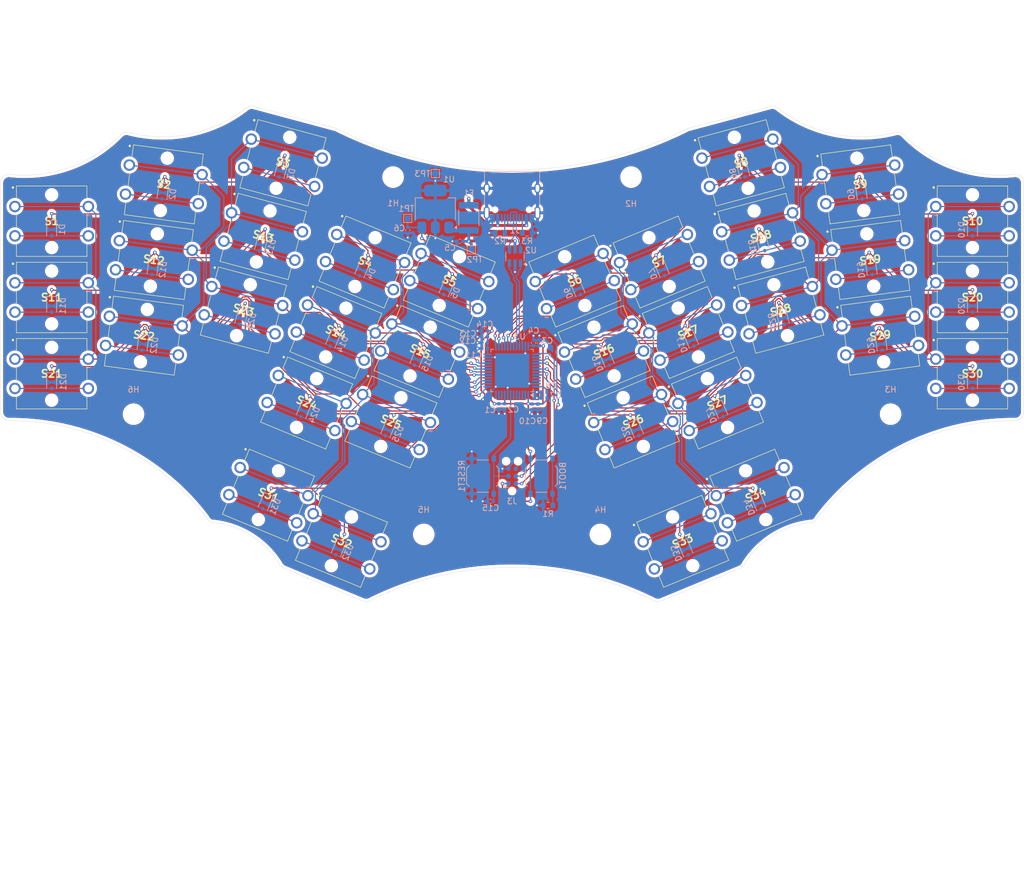
<source format=kicad_pcb>
(kicad_pcb (version 20240108) (generator "pcbnew") (generator_version "8.0")
  (title_block (title "Miniwing") (date "2025-01-25") (rev "1") (company "JJS"))
  (layers (0 "F.Cu" signal) (31 "B.Cu" mixed) (34 "B.Paste" user) (35 "F.Paste" user) (36 "B.SilkS" user "B.Silkscreen") (37 "F.SilkS" user "F.Silkscreen") (38 "B.Mask" user) (39 "F.Mask" user) (44 "Edge.Cuts" user))
  (net 0 "")
  (net 1 "ROW-00")
  (net 2 "Net-(D2-A)")
  (net 3 "ROW-01")
  (net 4 "ROW-02")
  (net 5 "Net-(D3-A)")
  (net 6 "Net-(D4-A)")
  (net 7 "Net-(D5-A)")
  (net 8 "Net-(D6-A)")
  (net 9 "Net-(D7-A)")
  (net 10 "Net-(D8-A)")
  (net 11 "Net-(D9-A)")
  (net 12 "Net-(D10-A)")
  (net 13 "Net-(D11-A)")
  (net 14 "Net-(D12-A)")
  (net 15 "ROW-03")
  (net 16 "Net-(D13-A)")
  (net 17 "Net-(D14-A)")
  (net 18 "Net-(D15-A)")
  (net 19 "Net-(D16-A)")
  (net 20 "Net-(D17-A)")
  (net 21 "ROW-10")
  (net 22 "Net-(D18-A)")
  (net 23 "Net-(D19-A)")
  (net 24 "ROW-11")
  (net 25 "Net-(D20-A)")
  (net 26 "ROW-12")
  (net 27 "ROW-13")
  (net 28 "Net-(D21-A)")
  (net 29 "Net-(D22-A)")
  (net 30 "Net-(D23-A)")
  (net 31 "Net-(D24-A)")
  (net 32 "Net-(D25-A)")
  (net 33 "Net-(D26-A)")
  (net 34 "Net-(D27-A)")
  (net 35 "Net-(D28-A)")
  (net 36 "Net-(D29-A)")
  (net 37 "Net-(D30-A)")
  (net 38 "Net-(D31-A)")
  (net 39 "Net-(D32-A)")
  (net 40 "Net-(D33-A)")
  (net 41 "Net-(D34-A)")
  (net 42 "COL-00")
  (net 43 "COL-01")
  (net 44 "COL-02")
  (net 45 "COL-03")
  (net 46 "COL-04")
  (net 47 "COL-14")
  (net 48 "COL-13")
  (net 49 "COL-12")
  (net 50 "COL-11")
  (net 51 "COL-10")
  (net 52 "NRST")
  (net 53 "GND")
  (net 54 "SWD_IO")
  (net 55 "SWD_CLK")
  (net 56 "USB_D+")
  (net 57 "USB_D-")
  (net 58 "+5V")
  (net 59 "BOOT0")
  (net 60 "Net-(J1-CC1)")
  (net 63 "Net-(J1-CC2)")
  (net 65 "Net-(D1-A)")
  (net 81 "Net-(F1-Pad1)")
  (net 82 "VDD")
  (net 83 "D_P")
  (net 84 "D_N")
  (footprint "KiCad:SKHCBKA010" (layer "F.Cu") (at 71.45936 79.870088)
    (property "Reference" "S11")
    (property "Value" "SKHCBKA010" (hide yes))
  )
  (footprint "KiCad:SKHCBKA010" (layer "F.Cu") (at 110.847099 56.918469 -15)
    (property "Reference" "S3")
    (property "Value" "SKHCBKA010" (hide yes))
  )
  (footprint "KiCad:SKHCBKA010" (layer "F.Cu") (at 88.862154 73.486922 -7.5)
    (property "Reference" "S12")
    (property "Value" "SKHCBKA010" (hide yes))
  )
  (footprint "KiCad:SKHCBKA010" (layer "F.Cu") (at 119.856584 85.845774 -22.5)
    (property "Reference" "S14")
    (property "Value" "SKHCBKA010" (hide yes))
  )
  (footprint "KiCad:SKHCBKA010" (layer "F.Cu") (at 228.280636 92.870087)
    (property "Reference" "S30")
    (property "Value" "SKHCBKA010" (hide yes))
  )
  (footprint "KiCad:SKHCBKA010" (layer "F.Cu") (at 184.858299 97.856208 22.5)
    (property "Reference" "S27")
    (property "Value" "SKHCBKA010" (hide yes))
  )
  (footprint "KiCad:SKHCBKA010" (layer "F.Cu") (at 179.883414 85.845774 22.5)
    (property "Reference" "S17")
    (property "Value" "SKHCBKA010" (hide yes))
  )
  (footprint "KiCad:SKHCBKA010" (layer "F.Cu") (at 90.558994 60.598138 -7.5)
    (property "Reference" "S2")
    (property "Value" "SKHCBKA010" (hide yes))
  )
  (footprint "KiCad:SKHCBKA010" (layer "F.Cu") (at 174.908529 73.83534 22.5)
    (property "Reference" "S7")
    (property "Value" "SKHCBKA010" (hide yes))
  )
  (footprint "KiCad:SKHCBKA010" (layer "F.Cu") (at 104.117803 82.032538 -15)
    (property "Reference" "S23")
    (property "Value" "SKHCBKA010" (hide yes))
  )
  (footprint "KiCad:SKHCBKA010" (layer "F.Cu") (at 228.280637 66.870087)
    (property "Reference" "S10")
    (property "Value" "SKHCBKA010" (hide yes))
  )
  (footprint "KiCad:SKHCBKA010" (layer "F.Cu") (at 170.505337 101.095419 22.5)
    (property "Reference" "S26")
    (property "Value" "SKHCBKA010" (hide yes))
  )
  (footprint "KiCad:SKHCBKA010" (layer "F.Cu") (at 134.209546 89.084985 -22.5)
    (property "Reference" "S15")
    (property "Value" "SKHCBKA010" (hide yes))
  )
  (footprint "KiCad:SKHCBKA010" (layer "F.Cu") (at 188.892899 56.918468 15)
    (property "Reference" "S8")
    (property "Value" "SKHCBKA010" (hide yes))
  )
  (footprint "KiCad:SKHCBKA010" (layer "F.Cu") (at 87.165313 86.375705 -7.5)
    (property "Reference" "S22")
    (property "Value" "SKHCBKA010" (hide yes))
  )
  (footprint "KiCad:SKHCBKA010" (layer "F.Cu") (at 228.280637 79.870087)
    (property "Reference" "S20")
    (property "Value" "SKHCBKA010" (hide yes))
  )
  (footprint "KiCad:SKHCBKA010" (layer "F.Cu") (at 209.181004 60.598138 7.5)
    (property "Reference" "S9")
    (property "Value" "SKHCBKA010" (hide yes))
  )
  (footprint "KiCad:SKHCBKA010" (layer "F.Cu") (at 71.45936 66.870089)
    (property "Reference" "S1")
    (property "Value" "SKHCBKA010" (hide yes))
  )
  (footprint "KiCad:SKHCBKA010" (layer "F.Cu") (at 71.459362 92.870087)
    (property "Reference" "S21")
    (property "Value" "SKHCBKA010" (hide yes))
  )
  (footprint "KiCad:SKHCBKA010" (layer "F.Cu") (at 129.234661 101.095419 -22.5)
    (property "Reference" "S25")
    (property "Value" "SKHCBKA010" (hide yes))
  )
  (footprint "KiCad:SKHCBKA010" (layer "F.Cu") (at 108.376081 113.56216 -22.5)
    (property "Reference" "S31")
    (property "Value" "SKHCBKA010" (hide yes))
  )
  (footprint "KiCad:SKHCBKA010" (layer "F.Cu") (at 192.257547 69.475503 15)
    (property "Reference" "S18")
    (property "Value" "SKHCBKA010" (hide yes))
  )
  (footprint "KiCad:SKHCBKA010" (layer "F.Cu") (at 195.622195 82.032538 15)
    (property "Reference" "S28")
    (property "Value" "SKHCBKA010" (hide yes))
  )
  (footprint "KiCad:SKHCBKA010" (layer "F.Cu") (at 210.877844 73.486922 7.5)
    (property "Reference" "S19")
    (property "Value" "SKHCBKA010" (hide yes))
  )
  (footprint "KiCad:SKHCBKA010" (layer "F.Cu") (at 139.18443 77.074551 -22.5)
    (property "Reference" "S5")
    (property "Value" "SKHCBKA010" (hide yes))
  )
  (footprint "KiCad:SKHCBKA010" (layer "F.Cu") (at 120.815626 121.420769 -22.5)
    (property "Reference" "S32")
    (property "Value" "SKHCBKA010" (hide yes))
  )
  (footprint "KiCad:SKHCBKA010" (layer "F.Cu") (at 160.555568 77.074551 22.5)
    (property "Reference" "S6")
    (property "Value" "SKHCBKA010" (hide yes))
  )
  (footprint "KiCad:SKHCBKA010" (layer "F.Cu") (at 191.363917 113.56216 22.5)
    (property "Reference" "S34")
    (property "Value" "SKHCBKA010" (hide yes))
  )
  (footprint "KiCad:SKHCBKA010" (layer "F.Cu") (at 107.482451 69.475503 -15)
    (property "Reference" "S13")
    (property "Value" "SKHCBKA010" (hide yes))
  )
  (footprint "KiCad:SKHCBKA010" (layer "F.Cu") (at 165.530452 89.084985 22.5)
    (property "Reference" "S16")
    (property "Value" "SKHCBKA010" (hide yes))
  )
  (footprint "KiCad:SKHCBKA010" (layer "F.Cu") (at 124.831469 73.83534 -22.5)
    (property "Reference" "S4")
    (property "Value" "SKHCBKA010" (hide yes))
  )
  (footprint "KiCad:SKHCBKA010" (layer "F.Cu") (at 212.574685 86.375705 7.5)
    (property "Reference" "S29")
    (property "Value" "SKHCBKA010" (hide yes))
  )
  (footprint "KiCad:SKHCBKA010" (layer "F.Cu") (at 178.924372 121.420769 22.5)
    (property "Reference" "S33")
    (property "Value" "SKHCBKA010" (hide yes))
  )
  (footprint "KiCad:SKHCBKA010" (layer "F.Cu") (at 114.881698 97.856208 -22.5)
    (property "Reference" "S24")
    (property "Value" "SKHCBKA010" (hide yes))
  )
  (footprint "Diode_SMD:D_SOD-323" (layer "B.Cu") (at 88.672892 74.924517 -97.5)
    (property "Reference" "D12")
    (property "Value" "1N4148")
  )
  (footprint "Diode_SMD:D_SOD-323" (layer "B.Cu") (at 114.326807 99.195833 -112.5)
    (property "Reference" "D24")
    (property "Value" "1N4148")
  )
  (footprint "Diode_SMD:D_SOD-323" (layer "B.Cu") (at 212.762956 87.813431 -82.5)
    (property "Reference" "D29")
    (property "Value" "1N4148")
  )
  (footprint "Capacitor_SMD:C_0402_1005Metric" (layer "B.Cu") (at 155.34 96 180)
    (property "Reference" "C8")
    (property "Value" "100nF")
  )
  (footprint "Diode_SMD:D_SOD-323" (layer "B.Cu") (at 171.059304 102.435427 -67.5)
    (property "Reference" "D26")
    (property "Value" "1N4148")
  )
  (footprint "Capacitor_SMD:C_0402_1005Metric" (layer "B.Cu") (at 140.98 70.3 180)
    (property "Reference" "C5")
    (property "Value" "1uF")
  )
  (footprint "Diode_SMD:D_SOD-323" (layer "B.Cu") (at 107.107163 70.876095 -105)
    (property "Reference" "D13")
    (property "Value" "1N4148")
  )
  (footprint "Button_Switch_SMD:SW_Push_1P1T_XKB_TS-1187A" (layer "B.Cu") (at 154.87 110.3175 -90)
    (property "Reference" "BOOT1")
    (property "Value" "SW_Push")
  )
  (footprint "Diode_SMD:D_SOD-323" (layer "B.Cu") (at 191.917884 114.902168 -67.5)
    (property "Reference" "D34")
    (property "Value" "1N4148")
  )
  (footprint "Resistor_SMD:R_0603_1608Metric" (layer "B.Cu") (at 147.795 68.8625 180)
    (property "Reference" "R2")
    (property "Value" "5.1k")
  )
  (footprint "Capacitor_SMD:C_0402_1005Metric" (layer "B.Cu") (at 145.2075 86.5675 180)
    (property "Reference" "C13")
    (property "Value" "100nF")
  )
  (footprint "Diode_SMD:D_SOD-323" (layer "B.Cu") (at 180.437381 87.185782 -67.5)
    (property "Reference" "D17")
    (property "Value" "1N4148")
  )
  (footprint "Diode_SMD:D_SOD-323" (layer "B.Cu") (at 120.260735 122.760394 -112.5)
    (property "Reference" "D32")
    (property "Value" "1N4148")
  )
  (footprint "MountingHole:MountingHole_3.2mm_M3" (layer "B.Cu") (at 85.402219 99.760079 180)
    (property "Reference" "H6")
    (property "Value" "MountingHole")
  )
  (footprint "Diode_SMD:D_SOD-323" (layer "B.Cu") (at 209.369275 62.035864 -82.5)
    (property "Reference" "D9")
    (property "Value" "1N4148")
  )
  (footprint "MountingHole:MountingHole_3.2mm_M3" (layer "B.Cu") (at 164.906645 120.245671 180)
    (property "Reference" "H4")
    (property "Value" "MountingHole")
  )
  (footprint "Diode_SMD:D_SOD-323" (layer "B.Cu") (at 189.267222 58.319319 -75)
    (property "Reference" "D8")
    (property "Value" "1N4148")
  )
  (footprint "MountingHole:MountingHole_3.2mm_M3" (layer "B.Cu") (at 170.132812 59.357029 180)
    (property "Reference" "H2")
    (property "Value" "MountingHole")
  )
  (footprint "TestPoint:TestPoint_Pad_1.0x1.0mm" (layer "B.Cu") (at 142.92 71.7475 180)
    (property "Reference" "TP2")
    (property "Value" "TestPoint_Alt")
  )
  (footprint "Diode_SMD:D_SOD-323" (layer "B.Cu") (at 228.279637 68.320086 -90)
    (property "Reference" "D10")
    (property "Value" "1N4148")
  )
  (footprint "Diode_SMD:D_SOD-323" (layer "B.Cu") (at 192.63187 70.876354 -75)
    (property "Reference" "D18")
    (property "Value" "1N4148")
  )
  (footprint "MountingHole:MountingHole_3.2mm_M3" (layer "B.Cu") (at 129.60622 59.356769 180)
    (property "Reference" "H1")
    (property "Value" "MountingHole")
  )
  (footprint "Package_TO_SOT_SMD:SOT-223-3_TabPin2" (layer "B.Cu") (at 136.8 64.8 90)
    (property "Reference" "U1")
    (property "Value" "TC1262-33")
  )
  (footprint "Diode_SMD:D_SOD-323" (layer "B.Cu") (at 110.471811 58.319061 -105)
    (property "Reference" "D3")
    (property "Value" "1N4148")
  )
  (footprint "Capacitor_SMD:C_0402_1005Metric" (layer "B.Cu") (at 132.1 68.4 -90)
    (property "Reference" "C6")
    (property "Value" "1uF")
  )
  (footprint "Diode_SMD:D_SOD-323" (layer "B.Cu") (at 71.459362 94.320086 -90)
    (property "Reference" "D21")
    (property "Value" "1N4148")
  )
  (footprint "Package_QFP:LQFP-48_7x7mm_P0.5mm" (layer "B.Cu") (at 149.87 92.3175 90)
    (property "Reference" "U3")
    (property "Value" "STM32F072CBTx")
  )
  (footprint "Diode_SMD:D_SOD-323" (layer "B.Cu") (at 138.629539 78.414176 -112.5)
    (property "Reference" "D5")
    (property "Value" "1N4148")
  )
  (footprint "Capacitor_SMD:C_0402_1005Metric" (layer "B.Cu") (at 147.620001 98.46 -90)
    (property "Reference" "C1")
    (property "Value" "10nF")
  )
  (footprint "Diode_SMD:D_SOD-323" (layer "B.Cu") (at 119.301693 87.185399 -112.5)
    (property "Reference" "D14")
    (property "Value" "1N4148")
  )
  (footprint "Diode_SMD:D_SOD-323" (layer "B.Cu") (at 133.654655 90.42461 -112.5)
    (property "Reference" "D15")
    (property "Value" "1N4148")
  )
  (footprint "Capacitor_SMD:C_0402_1005Metric" (layer "B.Cu") (at 145.2075 88.5675 180)
    (property "Reference" "C11")
    (property "Value" "100nF")
  )
  (footprint "MountingHole:MountingHole_3.2mm_M3" (layer "B.Cu") (at 214.335794 99.760342 180)
    (property "Reference" "H3")
    (property "Value" "MountingHole")
  )
  (footprint "Capacitor_SMD:C_0402_1005Metric" (layer "B.Cu") (at 145.2075 85.5675 180)
    (property "Reference" "C14")
    (property "Value" "4.7uF")
  )
  (footprint "Diode_SMD:D_SOD-323" (layer "B.Cu") (at 103.742515 83.43313 -105)
    (property "Reference" "D23")
    (property "Value" "1N4148")
  )
  (footprint "Diode_SMD:D_SOD-323" (layer "B.Cu") (at 71.459362 81.320086 -90)
    (property "Reference" "D11")
    (property "Value" "1N4148")
  )
  (footprint "Capacitor_SMD:C_0402_1005Metric" (layer "B.Cu") (at 153.52 87.62 90)
    (property "Reference" "C4")
    (property "Value" "4.7uF")
  )
  (footprint "Diode_SMD:D_SOD-323" (layer "B.Cu") (at 185.412266 99.196216 -67.5)
    (property "Reference" "D27")
    (property "Value" "1N4148")
  )
  (footprint "Resistor_SMD:R_0603_1608Metric" (layer "B.Cu") (at 155.975 115.3175 180)
    (property "Reference" "R1")
    (property "Value" "10k")
  )
  (footprint "Capacitor_SMD:C_0402_1005Metric" (layer "B.Cu") (at 153.25 98.51 -90)
    (property "Reference" "C10")
    (property "Value" "4.7uF")
  )
  (footprint "Resistor_SMD:R_0603_1608Metric" (layer "B.Cu") (at 152.445 68.8625)
    (property "Reference" "R3")
    (property "Value" "5.1k")
  )
  (footprint "Capacitor_SMD:C_0402_1005Metric" (layer "B.Cu") (at 155.34 97 180)
    (property "Reference" "C7")
    (property "Value" "100nF")
  )
  (footprint "Capacitor_SMD:C_0402_1005Metric" (layer "B.Cu") (at 145.2075 87.5675 180)
    (property "Reference" "C12")
    (property "Value" "100nF")
  )
  (footprint "Diode_SMD:D_SOD-323" (layer "B.Cu") (at 166.084419 90.424993 -67.5)
    (property "Reference" "D16")
    (property "Value" "1N4148")
  )
  (footprint "Diode_SMD:D_SOD-323" (layer "B.Cu") (at 90.369732 62.035733 -97.5)
    (property "Reference" "D2")
    (property "Value" "1N4148")
  )
  (footprint "Capacitor_SMD:C_0402_1005Metric" (layer "B.Cu") (at 154.25 98.51 -90)
    (property "Reference" "C9")
    (property "Value" "100nF")
  )
  (footprint "Diode_SMD:D_SOD-323" (layer "B.Cu") (at 195.996518 83.433389 -75)
    (property "Reference" "D28")
    (property "Value" "1N4148")
  )
  (footprint "Diode_SMD:D_SOD-323" (layer "B.Cu") (at 228.279637 81.320086 -90)
    (property "Reference" "D20")
    (property "Value" "1N4148")
  )
  (footprint "Diode_SMD:D_SOD-323" (layer "B.Cu") (at 228.279636 94.320086 -90)
    (property "Reference" "D30")
    (property "Value" "1N4148")
  )
  (footprint "Diode_SMD:D_SOD-323" (layer "B.Cu") (at 128.67977 102.435044 -112.5)
    (property "Reference" "D25")
    (property "Value" "1N4148")
  )
  (footprint "MountingHole:MountingHole_3.2mm_M3" (layer "B.Cu") (at 134.832429 120.24529 180)
    (property "Reference" "H5")
    (property "Value" "MountingHole")
  )
  (footprint "Capacitor_SMD:C_0402_1005Metric" (layer "B.Cu") (at 146.22 114.6)
    (property "Reference" "C15")
    (property "Value" "100nF")
  )
  (footprint "Fuse:Fuse_1812_4532Metric" (layer "B.Cu") (at 142.5 66.3 -90)
    (property "Reference" "F1")
    (property "Value" "Polyfuse_Small")
  )
  (footprint "TestPoint:TestPoint_Pad_1.0x1.0mm" (layer "B.Cu") (at 136.8 58.75 180)
    (property "Reference" "TP3")
    (property "Value" "TestPoint_Alt")
  )
  (footprint "TestPoint:TestPoint_Pad_1.0x1.0mm" (layer "B.Cu") (at 132.1 66.4 90)
    (property "Reference" "TP1")
    (property "Value" "TestPoint_Alt")
  )
  (footprint "Button_Switch_SMD:SW_Push_1P1T_XKB_TS-1187A" (layer "B.Cu") (at 144.87 110.3175 90)
    (property "Reference" "RESET1")
    (property "Value" "SW_Push")
  )
  (footprint "Connector_USB:USB_C_Receptacle_HRO_TYPE-C-31-M-12" (layer "B.Cu") (at 149.87 62.3175)
    (property "Reference" "J1")
    (property "Value" "USB_C_Receptacle_USB2.0_16P")
  )
  (footprint "Package_TO_SOT_SMD:SOT-23-6" (layer "B.Cu") (at 150.37 72.885 90)
    (property "Reference" "U2")
    (property "Value" "USBLC6-2SC6")
  )
  (footprint "Diode_SMD:D_SOD-323" (layer "B.Cu") (at 86.976051 87.8133 -97.5)
    (property "Reference" "D22")
    (property "Value" "1N4148")
  )
  (footprint "Connector:Tag-Connect_TC2030-IDC-NL_2x03_P1.27mm_Vertical" (layer "B.Cu") (at 149.87 110.3175 90)
    (property "Reference" "J3")
    (property "Value" "Conn_ARM_SWD_TagConnect_TC2030-NL")
  )
  (footprint "Diode_SMD:D_SOD-323" (layer "B.Cu") (at 124.276578 75.174965 -112.5)
    (property "Reference" "D4")
    (property "Value" "1N4148")
  )
  (footprint "Diode_SMD:D_SOD-323" (layer "B.Cu") (at 179.478339 122.760777 -67.5)
    (property "Reference" "D33")
    (property "Value" "1N4148")
  )
  (footprint "Capacitor_SMD:C_0402_1005Metric" (layer "B.Cu") (at 154.52 87.62 90)
    (property "Reference" "C3")
    (property "Value" "100nF")
  )
  (footprint "Diode_SMD:D_SOD-323" (layer "B.Cu") (at 161.109535 78.414559 -67.5)
    (property "Reference" "D6")
    (property "Value" "1N4148")
  )
  (footprint "Diode_SMD:D_SOD-323" (layer "B.Cu") (at 71.45936 68.320088 -90)
    (property "Reference" "D1")
    (property "Value" "1N4148")
  )
  (footprint "Diode_SMD:D_SOD-323" (layer "B.Cu") (at 175.462496 75.175348 -67.5)
    (property "Reference" "D7")
    (property "Value" "1N4148")
  )
  (footprint "Diode_SMD:D_SOD-323" (layer "B.Cu") (at 107.82119 114.901785 -112.5)
    (property "Reference" "D31")
    (property "Value" "1N4148")
  )
  (footprint "Diode_SMD:D_SOD-323" (layer "B.Cu") (at 211.066115 74.924648 -82.5)
    (property "Reference" "D19")
    (property "Value" "1N4148")
  )
  (footprint "Capacitor_SMD:C_0402_1005Metric" (layer "B.Cu") (at 148.620001 98.46 -90)
    (property "Reference" "C2")
    (property "Value" "1uF")
  )
  (gr_line (start 234.530636 95.370086) (end 228.279636 95.370087) (stroke (width 0.2)) (layer "B.Cu") (net 37))
  (gr_line (start 71.459362 93.270085) (end 71.459362 91.570086) (stroke (width 0.2)) (layer "B.Cu") (net 4))
  (gr_line (start 179.076521 121.790703) (end 178.42596 120.220108) (stroke (width 0.2)) (layer "B.Cu") (net 27))
  (gr_line (start 195.576983 57.715664) (end 189.538981 59.333541) (stroke (width 0.2)) (layer "B.Cu") (net 10))
  (gr_line (start 112.87244 73.507936) (end 106.835404 71.890317) (stroke (width 0.2)) (layer "B.Cu") (net 16))
  (gr_line (start 192.360111 69.862132) (end 191.920118 68.220058) (stroke (width 0.2)) (layer "B.Cu") (net 24))
  (gr_line (start 125.633164 126.122239) (end 119.858917 123.730468) (stroke (width 0.2)) (layer "B.Cu") (net 39))
  (gr_line (start 168.176649 73.917795) (end 179.726067 69.13387) (stroke (width 0.2)) (layer "B.Cu") (net 48))
  (gr_line (start 203.309798 63.89267) (end 209.506328 63.076881) (stroke (width 0.2)) (layer "B.Cu") (net 11))
  (gr_line (start 84.687788 57.303606) (end 97.08184 58.935314) (stroke (width 0.2)) (layer "B.Cu") (net 43))
  (gr_line (start 215.70385 62.260961) (end 209.506328 63.076881) (stroke (width 0.2)) (layer "B.Cu") (net 11))
  (gr_line (start 120.662553 121.79032) (end 121.313114 120.219725) (stroke (width 0.2)) (layer "B.Cu") (net 15))
  (gr_line (start 195.724759 82.419167) (end 195.284766 80.777093) (stroke (width 0.2)) (layer "B.Cu") (net 26))
  (gr_line (start 160.707717 77.444485) (end 160.057156 75.87389) (stroke (width 0.2)) (layer "B.Cu") (net 21))
  (gr_line (start 165.686875 105.797272) (end 171.462045 103.405118) (stroke (width 0.2)) (layer "B.Cu") (net 33))
  (gr_line (start 175.064952 90.547627) (end 180.839199 88.155856) (stroke (width 0.2)) (layer "B.Cu") (net 20))
  (gr_line (start 65.20836 82.370088) (end 71.45936 82.370088) (stroke (width 0.2)) (layer "B.Cu") (net 13))
  (gr_line (start 209.232222 60.994847) (end 209.010328 59.309391) (stroke (width 0.2)) (layer "B.Cu") (net 21))
  (gr_line (start 166.486237 91.395067) (end 160.71199 93.786838) (stroke (width 0.2)) (layer "B.Cu") (net 19))
  (gr_line (start 119.703511 86.215325) (end 120.354072 84.64473) (stroke (width 0.2)) (layer "B.Cu") (net 3))
  (gr_line (start 87.113104 86.772283) (end 87.334998 85.086827) (stroke (width 0.2)) (layer "B.Cu") (net 4))
  (gr_line (start 100.797402 70.272439) (end 106.835404 71.890317) (stroke (width 0.2)) (layer "B.Cu") (net 16))
  (gr_line (start 186.61437 85.763701) (end 180.839199 88.155856) (stroke (width 0.2)) (layer "B.Cu") (net 20))
  (gr_line (start 218.4449 83.081304) (end 206.050848 84.713013) (stroke (width 0.2)) (layer "B.Cu") (net 50))
  (gr_line (start 104.014274 82.418908) (end 104.454267 80.776834) (stroke (width 0.2)) (layer "B.Cu") (net 4))
  (gr_line (start 192.903629 71.890576) (end 186.866593 73.508195) (stroke (width 0.2)) (layer "B.Cu") (net 22))
  (gr_line (start 124.674122 90.547244) (end 118.899875 88.155473) (stroke (width 0.2)) (layer "B.Cu") (net 17))
  (gr_line (start 65.20836 69.370089) (end 71.45936 69.370089) (stroke (width 0.2)) (layer "B.Cu") (net 65))
  (gr_line (start 88.809945 73.8835) (end 89.031839 72.198044) (stroke (width 0.2)) (layer "B.Cu") (net 3))
  (gr_line (start 124.678396 74.204891) (end 125.328957 72.634296) (stroke (width 0.2)) (layer "B.Cu") (net 1))
  (gr_line (start 219.097531 88.038528) (end 212.900009 88.854448) (stroke (width 0.2)) (layer "B.Cu") (net 36))
  (gr_line (start 174.10591 126.122622) (end 179.880157 123.730851) (stroke (width 0.2)) (layer "B.Cu") (net 40))
  (gr_line (start 88.535839 75.965534) (end 94.732369 76.781323) (stroke (width 0.2)) (layer "B.Cu") (net 14))
  (gr_line (start 82.338317 75.149614) (end 88.535839 75.965534) (stroke (width 0.2)) (layer "B.Cu") (net 14))
  (gr_line (start 139.031357 77.444102) (end 139.681918 75.873507) (stroke (width 0.2)) (layer "B.Cu") (net 1))
  (gr_line (start 201.012184 78.000105) (end 188.937146 81.235602) (stroke (width 0.2)) (layer "B.Cu") (net 49))
  (gr_line (start 114.728625 98.225759) (end 115.379186 96.655164) (stroke (width 0.2)) (layer "B.Cu") (net 4))
  (gr_line (start 222.029637 64.370087) (end 234.530637 64.370087) (stroke (width 0.2)) (layer "B.Cu") (net 51))
  (gr_line (start 222.029637 82.370087) (end 228.280636 82.370087) (stroke (width 0.2)) (layer "B.Cu") (net 25))
  (gr_line (start 102.091498 65.442811) (end 114.166535 68.678307) (stroke (width 0.2)) (layer "B.Cu") (net 44))
  (gr_line (start 126.58754 85.927847) (end 115.038122 81.143921) (stroke (width 0.2)) (layer "B.Cu") (net 45))
  (gr_line (start 123.87476 76.145039) (end 118.099589 73.752885) (stroke (width 0.2)) (layer "B.Cu") (net 6))
  (gr_line (start 80.641476 88.038397) (end 86.838998 88.854317) (stroke (width 0.2)) (layer "B.Cu") (net 29))
  (gr_line (start 192.319702 115.872242) (end 198.094873 113.480087) (stroke (width 0.2)) (layer "B.Cu") (net 41))
  (gr_line (start 119.858917 123.730468) (end 114.083746 121.338314) (stroke (width 0.2)) (layer "B.Cu") (net 39))
  (gr_line (start 155.737106 81.776404) (end 161.511353 79.384633) (stroke (width 0.2)) (layer "B.Cu") (net 8))
  (gr_line (start 131.562425 73.917413) (end 120.013007 69.133487) (stroke (width 0.2)) (layer "B.Cu") (net 45))
  (gr_line (start 170.657486 101.465353) (end 170.006925 99.894758) (stroke (width 0.2)) (layer "B.Cu") (net 26))
  (gr_line (start 234.530637 69.370086) (end 228.279637 69.370087) (stroke (width 0.2)) (layer "B.Cu") (net 12))
  (gr_line (start 180.035563 86.215708) (end 179.385002 84.645113) (stroke (width 0.2)) (layer "B.Cu") (net 24))
  (gr_line (start 108.149818 97.773753) (end 113.924989 100.165907) (stroke (width 0.2)) (layer "B.Cu") (net 31))
  (gr_line (start 215.051219 57.303737) (end 202.657167 58.935446) (stroke (width 0.2)) (layer "B.Cu") (net 50))
  (gr_line (start 178.126419 97.938663) (end 189.675837 93.154738) (stroke (width 0.2)) (layer "B.Cu") (net 48))
  (gr_line (start 115.997164 116.718916) (end 127.546582 121.502842) (stroke (width 0.2)) (layer "B.Cu") (net 46))
  (gr_line (start 177.236293 101.013346) (end 171.462045 103.405118) (stroke (width 0.2)) (layer "B.Cu") (net 33))
  (gr_line (start 205.006638 76.781454) (end 211.203168 75.965665) (stroke (width 0.2)) (layer "B.Cu") (net 23))
  (gr_line (start 86.838998 88.854317) (end 93.035528 89.670106) (stroke (width 0.2)) (layer "B.Cu") (net 29))
  (gr_line (start 127.477666 89.00253) (end 133.252837 91.394684) (stroke (width 0.2)) (layer "B.Cu") (net 18))
  (gr_line (start 71.45936 69.370089) (end 77.70936 69.370089) (stroke (width 0.2)) (layer "B.Cu") (net 65))
  (gr_line (start 217.40069 75.149745) (end 211.203168 75.965665) (stroke (width 0.2)) (layer "B.Cu") (net 23))
  (gr_line (start 101.644201 113.479705) (end 107.419372 115.871859) (stroke (width 0.2)) (layer "B.Cu") (net 38))
  (gr_line (start 228.279637 80.270085) (end 228.279637 78.570086) (stroke (width 0.2)) (layer "B.Cu") (net 24))
  (gr_line (start 65.20836 77.370088) (end 77.709359 77.370088) (stroke (width 0.2)) (layer "B.Cu") (net 42))
  (gr_line (start 188.995463 57.305097) (end 188.55547 55.663023) (stroke (width 0.2)) (layer "B.Cu") (net 21))
  (gr_line (start 115.107037 113.644233) (end 103.557619 108.860307) (stroke (width 0.2)) (layer "B.Cu") (net 45))
  (gr_line (start 153.823688 77.157006) (end 165.373106 72.373081) (stroke (width 0.2)) (layer "B.Cu") (net 47))
  (gr_line (start 122.502781 101.012964) (end 128.277953 103.405118) (stroke (width 0.2)) (layer "B.Cu") (net 32))
  (gr_line (start 144.001968 81.776021) (end 138.227721 79.38425) (stroke (width 0.2)) (layer "B.Cu") (net 7))
  (gr_line (start 129.649007 78.53681) (end 123.87476 76.145039) (stroke (width 0.2)) (layer "B.Cu") (net 6))
  (gr_line (start 110.063236 93.154355) (end 121.612654 97.938281) (stroke (width 0.2)) (layer "B.Cu") (net 45))
  (gr_line (start 212.625903 86.772414) (end 212.404009 85.086958) (stroke (width 0.2)) (layer "B.Cu") (net 26))
  (gr_line (start 90.232679 63.07675) (end 96.429209 63.892539) (stroke (width 0.2)) (layer "B.Cu") (net 2))
  (gr_line (start 108.223008 113.931711) (end 108.873569 112.361116) (stroke (width 0.2)) (layer "B.Cu") (net 15))
  (gr_line (start 170.090067 78.537193) (end 175.864314 76.145422) (stroke (width 0.2)) (layer "B.Cu") (net 9))
  (gr_line (start 129.391084 84.383132) (end 140.940502 89.167058) (stroke (width 0.2)) (layer "B.Cu") (net 46))
  (gr_line (start 82.990948 70.19239) (end 95.385 71.824098) (stroke (width 0.2)) (layer "B.Cu") (net 43))
  (gr_line (start 206.703479 89.670237) (end 212.900009 88.854448) (stroke (width 0.2)) (layer "B.Cu") (net 36))
  (gr_line (start 110.74357 57.304839) (end 111.183563 55.662765) (stroke (width 0.2)) (layer "B.Cu") (net 1))
  (gr_line (start 185.572498 68.678567) (end 197.647536 65.44307) (stroke (width 0.2)) (layer "B.Cu") (net 49))
  (gr_line (start 71.459362 95.370087) (end 77.709362 95.370087) (stroke (width 0.2)) (layer "B.Cu") (net 28))
  (gr_line (start 113.193619 118.26363) (end 107.419372 115.871859) (stroke (width 0.2)) (layer "B.Cu") (net 38))
  (gr_line (start 183.501945 60.95116) (end 189.538981 59.333541) (stroke (width 0.2)) (layer "B.Cu") (net 10))
  (gr_line (start 97.432754 82.829474) (end 103.470756 84.447352) (stroke (width 0.2)) (layer "B.Cu") (net 30))
  (gr_line (start 134.365968 72.372698) (end 145.915386 77.156624) (stroke (width 0.2)) (layer "B.Cu") (net 46))
  (gr_line (start 186.545455 118.264013) (end 192.319702 115.872242) (stroke (width 0.2)) (layer "B.Cu") (net 41))
  (gr_line (start 190.231241 86.06523) (end 196.268277 84.447611) (stroke (width 0.2)) (layer "B.Cu") (net 35))
  (gr_line (start 222.029637 69.370087) (end 228.279637 69.370087) (stroke (width 0.2)) (layer "B.Cu") (net 12))
  (gr_line (start 93.688159 84.712881) (end 81.294107 83.081173) (stroke (width 0.2)) (layer "B.Cu") (net 43))
  (gr_line (start 71.45936 67.270087) (end 71.45936 65.570088) (stroke (width 0.2)) (layer "B.Cu") (net 1))
  (gr_line (start 105.456146 52.885777) (end 117.531183 56.121273) (stroke (width 0.2)) (layer "B.Cu") (net 44))
  (gr_line (start 204.354007 71.82423) (end 216.748059 70.192521) (stroke (width 0.2)) (layer "B.Cu") (net 50))
  (gr_line (start 165.682601 89.454919) (end 165.03204 87.884324) (stroke (width 0.2)) (layer "B.Cu") (net 24))
  (gr_line (start 113.124704 85.763319) (end 118.899875 88.155473) (stroke (width 0.2)) (layer "B.Cu") (net 17))
  (gr_line (start 228.279636 93.270085) (end 228.279636 91.570086) (stroke (width 0.2)) (layer "B.Cu") (net 26))
  (gr_line (start 175.060678 74.205274) (end 174.410117 72.634679) (stroke (width 0.2)) (layer "B.Cu") (net 21))
  (gr_line (start 172.261408 89.002912) (end 166.486237 91.395067) (stroke (width 0.2)) (layer "B.Cu") (net 19))
  (gr_line (start 181.639485 73.753267) (end 175.864314 76.145422) (stroke (width 0.2)) (layer "B.Cu") (net 9))
  (gr_line (start 202.306279 82.829734) (end 196.268277 84.447611) (stroke (width 0.2)) (layer "B.Cu") (net 35))
  (gr_line (start 77.70936 82.370088) (end 71.459362 82.370087) (stroke (width 0.2)) (layer "B.Cu") (net 13))
  (gr_line (start 163.773457 101.177874) (end 175.322875 96.393949) (stroke (width 0.2)) (layer "B.Cu") (net 47))
  (gr_line (start 185.010448 98.226142) (end 184.359887 96.655547) (stroke (width 0.2)) (layer "B.Cu") (net 26))
  (gr_line (start 182.20785 56.121532) (end 194.282888 52.886035) (stroke (width 0.2)) (layer "B.Cu") (net 49))
  (gr_line (start 234.530637 82.370086) (end 228.279637 82.370087) (stroke (width 0.2)) (layer "B.Cu") (net 25))
  (gr_line (start 139.027084 93.786455) (end 133.252837 91.394684) (stroke (width 0.2)) (layer "B.Cu") (net 18))
  (gr_line (start 109.507792 86.064971) (end 103.470756 84.447352) (stroke (width 0.2)) (layer "B.Cu") (net 30))
  (gr_line (start 185.655328 121.338696) (end 179.880157 123.730851) (stroke (width 0.2)) (layer "B.Cu") (net 40))
  (gr_line (start 183.74191 116.719299) (end 172.192492 121.503224) (stroke (width 0.2)) (layer "B.Cu") (net 47))
  (gr_line (start 65.20836 64.370089) (end 77.709359 64.370089) (stroke (width 0.2)) (layer "B.Cu") (net 42))
  (gr_line (start 134.056473 89.454536) (end 134.707034 87.883941) (stroke (width 0.2)) (layer "B.Cu") (net 3))
  (gr_line (start 90.506785 60.994716) (end 90.728679 59.30926) (stroke (width 0.2)) (layer "B.Cu") (net 1))
  (gr_line (start 234.530636 90.370087) (end 222.029636 90.370087) (stroke (width 0.2)) (layer "B.Cu") (net 51))
  (gr_line (start 191.516066 113.932094) (end 190.865505 112.361499) (stroke (width 0.2)) (layer "B.Cu") (net 27))
  (gr_line (start 138.227721 79.38425) (end 132.45255 76.992096) (stroke (width 0.2)) (layer "B.Cu") (net 7))
  (gr_line (start 65.208362 95.370087) (end 71.459362 95.370087) (stroke (width 0.2)) (layer "B.Cu") (net 28))
  (gr_line (start 158.798572 89.16744) (end 170.34799 84.383515) (stroke (width 0.2)) (layer "B.Cu") (net 47))
  (gr_line (start 84.035157 62.26083) (end 90.232679 63.07675) (stroke (width 0.2)) (layer "B.Cu") (net 2))
  (gr_line (start 110.200052 59.333283) (end 116.237088 60.950902) (stroke (width 0.2)) (layer "B.Cu") (net 5))
  (gr_line (start 228.279637 67.270085) (end 228.279637 65.570086) (stroke (width 0.2)) (layer "B.Cu") (net 21))
  (gr_line (start 110.801887 81.235342) (end 98.72685 77.999846) (stroke (width 0.2)) (layer "B.Cu") (net 44))
  (gr_line (start 119.699236 102.557678) (end 113.924989 100.165907) (stroke (width 0.2)) (layer "B.Cu") (net 31))
  (gr_line (start 107.378922 69.861873) (end 107.818915 68.219799) (stroke (width 0.2)) (layer "B.Cu") (net 3))
  (gr_line (start 222.029636 95.370087) (end 228.279636 95.370087) (stroke (width 0.2)) (layer "B.Cu") (net 37))
  (gr_line (start 134.052199 105.796889) (end 128.277952 103.405118) (stroke (width 0.2)) (layer "B.Cu") (net 32))
  (gr_line (start 180.039837 102.558061) (end 185.814084 100.16629) (stroke (width 0.2)) (layer "B.Cu") (net 34))
  (gr_line (start 210.929062 73.883631) (end 210.707168 72.198175) (stroke (width 0.2)) (layer "B.Cu") (net 24))
  (gr_line (start 222.029637 77.370087) (end 234.530637 77.370087) (stroke (width 0.2)) (layer "B.Cu") (net 51))
  (gr_line (start 129.081588 101.46497) (end 129.732149 99.894375) (stroke (width 0.2)) (layer "B.Cu") (net 4))
  (gr_line (start 124.416199 96.393566) (end 135.965617 101.177492) (stroke (width 0.2)) (layer "B.Cu") (net 46))
  (gr_line (start 184.632037 113.644615) (end 196.181455 108.86069) (stroke (width 0.2)) (layer "B.Cu") (net 48))
  (gr_line (start 71.459362 80.270085) (end 71.459362 78.547586) (stroke (width 0.2)) (layer "B.Cu") (net 3))
  (gr_line (start 191.589255 97.774135) (end 185.814084 100.16629) (stroke (width 0.2)) (layer "B.Cu") (net 34))
  (gr_line (start 77.709361 90.370087) (end 65.208362 90.370087) (stroke (width 0.2)) (layer "B.Cu") (net 42))
  (gr_line (start 167.286524 76.992478) (end 161.511353 79.384633) (stroke (width 0.2)) (layer "B.Cu") (net 8))
  (gr_line (start 104.16205 57.715405) (end 110.200052 59.333283) (stroke (width 0.2)) (layer "B.Cu") (net 5))
  (gr_line (start 173.151534 85.928229) (end 184.700952 81.144304) (stroke (width 0.2)) (layer "B.Cu") (net 48))
  (gr_line (start 198.941631 70.272699) (end 192.903629 71.890576) (stroke (width 0.2)) (layer "B.Cu") (net 22))
  (gr_arc (start 201.935226 117.366887) (mid 216.785747 105.153082) (end 235.530636 100.870088) (stroke (width 0.05)) (layer "Edge.Cuts"))
  (gr_arc (start 64.209363 100.870187) (mid 82.954206 105.153177) (end 97.804693 117.366947) (stroke (width 0.05)) (layer "Edge.Cuts"))
  (gr_arc (start 193.825308 47.314623) (mid 194.409326 47.276344) (end 194.963537 47.464474) (stroke (width 0.05)) (layer "Edge.Cuts"))
  (gr_arc (start 237.030636 99.370087) (mid 236.591297 100.430748) (end 235.530636 100.870087) (stroke (width 0.05)) (layer "Edge.Cuts"))
  (gr_arc (start 179.819384 51.0675) (mid 149.869998 58.137592) (end 119.920614 51.067499) (stroke (width 0.05)) (layer "Edge.Cuts"))
  (gr_arc (start 235.530637 58.870087) (mid 236.591297 59.309427) (end 237.030637 60.370087) (stroke (width 0.05)) (layer "Edge.Cuts"))
  (gr_line (start 237.030637 60.370087) (end 237.030636 99.370087) (stroke (width 0.05)) (layer "Edge.Cuts"))
  (gr_line (start 124.452285 131.586259) (end 111.056032 126.037349) (stroke (width 0.05)) (layer "Edge.Cuts"))
  (gr_arc (start 125.600334 131.586261) (mid 149.869999 125.85697) (end 174.139664 131.586261) (stroke (width 0.05)) (layer "Edge.Cuts"))
  (gr_line (start 175.287713 131.586259) (end 188.683966 126.03735) (stroke (width 0.05)) (layer "Edge.Cuts"))
  (gr_line (start 193.825308 47.314623) (end 179.819385 51.067501) (stroke (width 0.05)) (layer "Edge.Cuts"))
  (gr_line (start 105.91469 47.314623) (end 119.920614 51.067499) (stroke (width 0.05)) (layer "Edge.Cuts"))
  (gr_arc (start 215.324769 51.720268) (mid 204.641843 51.995651) (end 194.963599 47.464396) (stroke (width 0.05)) (layer "Edge.Cuts"))
  (gr_arc (start 111.056032 126.037349) (mid 110.569383 125.712199) (end 110.244238 125.225555) (stroke (width 0.05)) (layer "Edge.Cuts"))
  (gr_arc (start 83.306298 52.017402) (mid 83.83121 51.758537) (end 84.415228 51.720266) (stroke (width 0.05)) (layer "Edge.Cuts"))
  (gr_arc (start 189.495763 125.225545) (mid 189.170597 125.712175) (end 188.683966 126.037348) (stroke (width 0.05)) (layer "Edge.Cuts"))
  (gr_line (start 62.709361 60.370088) (end 62.709362 99.370087) (stroke (width 0.05)) (layer "Edge.Cuts"))
  (gr_arc (start 64.209362 100.870087) (mid 63.148685 100.430756) (end 62.709362 99.370087) (stroke (width 0.05)) (layer "Edge.Cuts"))
  (gr_arc (start 98.616487 118.178739) (mid 98.129853 117.853579) (end 97.804694 117.366946) (stroke (width 0.05)) (layer "Edge.Cuts"))
  (gr_arc (start 175.287713 131.586259) (mid 174.713692 131.700425) (end 174.139664 131.58626) (stroke (width 0.05)) (layer "Edge.Cuts"))
  (gr_arc (start 215.324769 51.720267) (mid 215.908781 51.758554) (end 216.433699 52.017403) (stroke (width 0.05)) (layer "Edge.Cuts"))
  (gr_arc (start 98.616482 118.178804) (mid 105.262119 120.329705) (end 110.244238 125.225555) (stroke (width 0.05)) (layer "Edge.Cuts"))
  (gr_arc (start 201.935305 117.366946) (mid 201.610134 117.853563) (end 201.123511 118.17874) (stroke (width 0.05)) (layer "Edge.Cuts"))
  (gr_arc (start 235.530637 58.870087) (mid 225.173338 57.6978) (end 216.433733 52.017371) (stroke (width 0.05)) (layer "Edge.Cuts"))
  (gr_arc (start 104.776461 47.464474) (mid 105.330671 47.276351) (end 105.91469 47.314623) (stroke (width 0.05)) (layer "Edge.Cuts"))
  (gr_arc (start 83.306266 52.017371) (mid 74.566667 57.697812) (end 64.209361 58.870088) (stroke (width 0.05)) (layer "Edge.Cuts"))
  (gr_arc (start 104.776397 47.464392) (mid 95.098151 51.995646) (end 84.415228 51.720264) (stroke (width 0.05)) (layer "Edge.Cuts"))
  (gr_arc (start 62.709361 60.370088) (mid 63.148702 59.309437) (end 64.209361 58.870088) (stroke (width 0.05)) (layer "Edge.Cuts"))
  (gr_arc (start 125.600334 131.58626) (mid 125.026311 131.700434) (end 124.452285 131.586259) (stroke (width 0.05)) (layer "Edge.Cuts"))
  (gr_arc (start 189.495707 125.225522) (mid 194.477851 120.329656) (end 201.123511 118.178741) (stroke (width 0.05)) (layer "Edge.Cuts"))
  (segment (start 142.726968 89.481837) (end 142.726968 78.918557) (width 0.2) (layer "F.Cu") (net 1))
  (segment (start 125.328957 71.845894) (end 125.328957 72.634296) (width 0.2) (layer "F.Cu") (net 1))
  (segment (start 91.629733 60.210314) (end 106.636014 60.210314) (width 0.2) (layer "F.Cu") (net 1))
  (segment (start 143.9775 90.732369) (end 142.726968 89.481837) (width 0.2) (layer "F.Cu") (net 1))
  (segment (start 106.636014 60.210314) (end 111.183563 55.662765) (width 0.2) (layer "F.Cu") (net 1))
  (segment (start 127.887074 75.192413) (end 125.328957 72.634296) (width 0.2) (layer "F.Cu") (net 1))
  (segment (start 139.681918 75.873507) (end 139.000824 75.192413) (width 0.2) (layer "F.Cu") (net 1))
  (segment (start 142.726968 78.918557) (end 139.681918 75.873507) (width 0.2) (layer "F.Cu") (net 1))
  (segment (start 90.728679 59.30926) (end 91.629733 60.210314) (width 0.2) (layer "F.Cu") (net 1))
  (segment (start 111.183563 55.662765) (end 111.183563 57.7005) (width 0.2) (layer "F.Cu") (net 1))
  (segment (start 71.45936 65.570088) (end 71.534361 65.645089) (width 0.2) (layer "F.Cu") (net 1))
  (segment (start 84.39285 65.645089) (end 90.728679 59.30926) (width 0.2) (layer "F.Cu") (net 1))
  (segment (start 111.183563 57.7005) (end 125.328957 71.845894) (width 0.2) (layer "F.Cu") (net 1))
  (segment (start 139.000824 75.192413) (end 127.887074 75.192413) (width 0.2) (layer "F.Cu") (net 1))
  (segment (start 71.534361 65.645089) (end 84.39285 65.645089) (width 0.2) (layer "F.Cu") (net 1))
  (via (at 125.328957 72.634296) (size 0.6) (drill 0.3) (layers "F.Cu" "B.Cu") (net 1))
  (via (at 143.9775 90.732369) (size 0.6) (drill 0.3) (layers "F.Cu" "B.Cu") (net 1))
  (via (at 71.45936 65.570088) (size 0.6) (drill 0.3) (layers "F.Cu" "B.Cu") (net 1))
  (via (at 139.681918 75.873507) (size 0.6) (drill 0.3) (layers "F.Cu" "B.Cu") (net 1))
  (via (at 90.728679 59.30926) (size 0.6) (drill 0.3) (layers "F.Cu" "B.Cu") (net 1))
  (via (at 111.183563 55.662765) (size 0.6) (drill 0.3) (layers "F.Cu" "B.Cu") (net 1))
  (segment (start 145.7075 91.067501) (end 144.312632 91.067501) (width 0.2) (layer "B.Cu") (net 1))
  (segment (start 144.312632 91.067501) (end 143.9775 90.732369) (width 0.2) (layer "B.Cu") (net 1))
  (segment (start 107.818915 68.219799) (end 102.939616 73.099098) (width 0.2) (layer "F.Cu") (net 3))
  (segment (start 107.818915 72.109573) (end 107.818915 68.219799) (width 0.2) (layer "F.Cu") (net 3))
  (segment (start 120.354072 84.64473) (end 107.818915 72.109573) (width 0.2) (layer "F.Cu") (net 3))
  (segment (start 123.036872 87.32753) (end 134.236769 87.32753) (width 0.2) (layer "F.Cu") (net 3))
  (segment (start 89.932893 73.099098) (end 89.031839 72.198044) (width 0.2) (layer "F.Cu") (net 3))
  (segment (start 120.354072 84.64473) (end 123.036872 87.32753) (width 0.2) (layer "F.Cu") (net 3))
  (segment (start 102.939616 73.099098) (end 89.932893 73.099098) (width 0.2) (layer "F.Cu") (net 3))
  (segment (start 142.869636 92.480088) (end 142.501003 92.111455) (width 0.2) (layer "F.Cu") (net 3))
  (segment (start 134.236769 87.32753) (end 134.750107 87.840868) (width 0.2) (layer "F.Cu") (net 3))
  (segment (start 142.501003 92.111455) (end 139.020694 92.111455) (width 0.2) (layer "F.Cu") (net 3))
  (segment (start 82.584795 78.645088) (end 89.031839 72.198044) (width 0.2) (layer "F.Cu") (net 3))
  (segment (start 139.020694 92.111455) (end 134.750107 87.840868) (width 0.2) (layer "F.Cu") (net 3))
  (segment (start 71.556864 78.645088) (end 82.584795 78.645088) (width 0.2) (layer "F.Cu") (net 3))
  (segment (start 71.459362 78.547586) (end 71.556864 78.645088) (width 0.2) (layer "F.Cu") (net 3))
  (via (at 107.818915 68.219799) (size 0.6) (drill 0.3) (layers "F.Cu" "B.Cu") (net 3))
  (via (at 89.031839 72.198044) (size 0.6) (drill 0.3) (layers "F.Cu" "B.Cu") (net 3))
  (via (at 142.869636 92.480088) (size 0.6) (drill 0.3) (layers "F.Cu" "B.Cu") (net 3))
  (via (at 120.354072 84.64473) (size 0.6) (drill 0.3) (layers "F.Cu" "B.Cu") (net 3))
  (via (at 71.459362 78.547586) (size 0.6) (drill 0.3) (layers "F.Cu" "B.Cu") (net 3))
  (via (at 134.750107 87.840868) (size 0.6) (drill 0.3) (layers "F.Cu" "B.Cu") (net 3))
  (segment (start 143.658165 92.480088) (end 143.745577 92.5675) (width 0.2) (layer "B.Cu") (net 3))
  (segment (start 142.869636 92.480088) (end 143.658165 92.480088) (width 0.2) (layer "B.Cu") (net 3))
  (segment (start 143.745577 92.5675) (end 145.7075 92.5675) (width 0.2) (layer "B.Cu") (net 3))
  (segment (start 143.69569 95.945535) (end 141.794189 95.945535) (width 0.2) (layer "F.Cu") (net 4))
  (segment (start 87.334998 85.086827) (end 89.558259 87.310088) (width 0.2) (layer "F.Cu") (net 4))
  (segment (start 71.534363 91.645087) (end 80.776738 91.645087) (width 0.2) (layer "F.Cu") (net 4))
  (segment (start 129.732149 99.894375) (end 129.532149 99.694375) (width 0.2) (layer "F.Cu") (net 4))
  (segment (start 130.006436 99.620088) (end 129.732149 99.894375) (width 0.2) (layer "F.Cu") (net 4))
  (segment (start 118.418397 99.694375) (end 115.379186 96.655164) (width 0.2) (layer "F.Cu") (net 4))
  (segment (start 141.794189 95.945535) (end 138.119636 99.620088) (width 0.2) (layer "F.Cu") (net 4))
  (segment (start 129.532149 99.694375) (end 118.418397 99.694375) (width 0.2) (layer "F.Cu") (net 4))
  (segment (start 71.459362 91.570086) (end 71.534363 91.645087) (width 0.2) (layer "F.Cu") (net 4))
  (segment (start 89.558259 87.310088) (end 97.991724 87.310088) (width 0.2) (layer "F.Cu") (net 4))
  (segment (start 115.379186 96.655164) (end 104.433584 85.709562) (width 0.2) (layer "F.Cu") (net 4))
  (segment (start 97.991724 87.310088) (end 104.433584 80.868228) (width 0.2) (layer "F.Cu") (net 4))
  (segment (start 138.119636 99.620088) (end 130.006436 99.620088) (width 0.2) (layer "F.Cu") (net 4))
  (segment (start 104.433584 85.709562) (end 104.433584 80.868228) (width 0.2) (layer "F.Cu") (net 4))
  (segment (start 80.776738 91.645087) (end 87.334998 85.086827) (width 0.2) (layer "F.Cu") (net 4))
  (via (at 87.334998 85.086827) (size 0.6) (drill 0.3) (layers "F.Cu" "B.Cu") (net 4))
  (via (at 143.69569 95.945535) (size 0.6) (drill 0.3) (layers "F.Cu" "B.Cu") (net 4))
  (via (at 115.379186 96.655164) (size 0.6) (drill 0.3) (layers "F.Cu" "B.Cu") (net 4))
  (via (at 129.732149 99.894375) (size 0.6) (drill 0.3) (layers "F.Cu" "B.Cu") (net 4))
  (via (at 104.433584 80.868228) (size 0.6) (drill 0.3) (layers "F.Cu" "B.Cu") (net 4))
  (via (at 71.459362 91.570086) (size 0.6) (drill 0.3) (layers "F.Cu" "B.Cu") (net 4))
  (segment (start 144.93759 94.5675) (end 145.7075 94.5675) (width 0.2) (layer "B.Cu") (net 4))
  (segment (start 143.69569 95.945535) (end 143.69569 95.8094) (width 0.2) (layer "B.Cu") (net 4))
  (segment (start 143.69569 95.8094) (end 144.93759 94.5675) (width 0.2) (layer "B.Cu") (net 4))
  (segment (start 121.313114 118.047187) (end 121.313114 120.219725) (width 0.2) (layer "F.Cu") (net 15))
  (segment (start 125.684849 112.361116) (end 108.873569 112.361116) (width 0.2) (layer "F.Cu") (net 15))
  (segment (start 115.627043 112.361116) (end 121.313114 118.047187) (width 0.2) (layer "F.Cu") (net 15))
  (segment (start 108.873569 112.361116) (end 115.627043 112.361116) (width 0.2) (layer "F.Cu") (net 15))
  (segment (start 136.567232 102.452492) (end 135.593473 102.452492) (width 0.2) (layer "F.Cu") (net 15))
  (segment (start 135.593473 102.452492) (end 125.684849 112.361116) (width 0.2) (layer "F.Cu") (net 15))
  (segment (start 142.469636 96.550088) (end 136.567232 102.452492) (width 0.2) (layer "F.Cu") (net 15))
  (segment (start 144.219636 96.550088) (end 142.469636 96.550088) (width 0.2) (layer "F.Cu") (net 15))
  (via (at 144.219636 96.550088) (size 0.6) (drill 0.3) (layers "F.Cu" "B.Cu") (net 15))
  (via (at 121.313114 120.219725) (size 0.6) (drill 0.3) (layers "F.Cu" "B.Cu") (net 15))
  (via (at 108.873569 112.361116) (size 0.6) (drill 0.3) (layers "F.Cu" "B.Cu") (net 15))
  (segment (start 144.224912 96.550088) (end 145.7075 95.0675) (width 0.2) (layer "B.Cu") (net 15))
  (segment (start 144.219636 96.550088) (end 144.224912 96.550088) (width 0.2) (layer "B.Cu") (net 15))
  (segment (start 147.003515 85.850014) (end 156.979639 75.87389) (width 0.2) (layer "F.Cu") (net 21))
  (segment (start 174.410117 72.634679) (end 188.55547 58.489326) (width 0.2) (layer "F.Cu") (net 21))
  (segment (start 188.55547 58.489326) (end 188.55547 55.663023) (width 0.2) (layer "F.Cu") (net 21))
  (segment (start 209.010328 59.309391) (end 208.109273 60.210446) (width 0.2) (layer "F.Cu") (net 21))
  (segment (start 147.003515 86.401945) (end 147.003515 85.850014) (width 0.2) (layer "F.Cu") (net 21))
  (segment (start 208.109273 60.210446) (end 193.102893 60.210446) (width 0.2) (layer "F.Cu") (net 21))
  (segment (start 160.057156 75.87389) (end 160.213568 75.717478) (width 0.2) (layer "F.Cu") (net 21))
  (segment (start 228.204636 65.645087) (end 215.346024 65.645087) (width 0.2) (layer "F.Cu") (net 21))
  (segment (start 171.327318 75.717478) (end 174.410117 72.634679) (width 0.2) (layer "F.Cu") (net 21))
  (segment (start 160.213568 75.717478) (end 171.327318 75.717478) (width 0.2) (layer "F.Cu") (net 21))
  (segment (start 193.102893 60.210446) (end 188.55547 55.663023) (width 0.2) (layer "F.Cu") (net 21))
  (segment (start 228.279637 65.570086) (end 228.204636 65.645087) (width 0.2) (layer "F.Cu") (net 21))
  (segment (start 215.346024 65.645087) (end 209.010328 59.309391) (width 0.2) (layer "F.Cu") (net 21))
  (segment (start 156.979639 75.87389) (end 160.057156 75.87389) (width 0.2) (layer "F.Cu") (net 21))
  (via (at 160.057156 75.87389) (size 0.6) (drill 0.3) (layers "F.Cu" "B.Cu") (net 21))
  (via (at 228.279637 65.570086) (size 0.6) (drill 0.3) (layers "F.Cu" "B.Cu") (net 21))
  (via (at 188.55547 55.663023) (size 0.6) (drill 0.3) (layers "F.Cu" "B.Cu") (net 21))
  (via (at 147.003515 86.401945) (size 0.6) (drill 0.3) (layers "F.Cu" "B.Cu") (net 21))
  (via (at 174.410117 72.634679) (size 0.6) (drill 0.3) (layers "F.Cu" "B.Cu") (net 21))
  (via (at 209.010328 59.309391) (size 0.6) (drill 0.3) (layers "F.Cu" "B.Cu") (net 21))
  (segment (start 147.003515 86.859778) (end 147.002905 86.860388) (width 0.2) (layer "B.Cu") (net 21))
  (segment (start 147.003515 86.401945) (end 147.003515 86.859778) (width 0.2) (layer "B.Cu") (net 21))
  (segment (start 147.002905 88.037905) (end 147.12 88.155) (width 0.2) (layer "B.Cu") (net 21))
  (segment (start 147.002905 86.860388) (end 147.002905 88.037905) (width 0.2) (layer "B.Cu") (net 21))
  (segment (start 191.920118 68.220058) (end 196.79929 73.09923) (width 0.2) (layer "F.Cu") (net 24))
  (segment (start 156.62 83.890088) (end 151.670665 83.890088) (width 0.2) (layer "F.Cu") (net 24))
  (segment (start 160.536054 87.806142) (end 156.62 83.890088) (width 0.2) (layer "F.Cu") (net 24))
  (segment (start 228.204636 78.645087) (end 228.279637 78.570086) (width 0.2) (layer "F.Cu") (net 24))
  (segment (start 191.920118 71.489606) (end 191.920118 68.220058) (width 0.2) (layer "F.Cu") (net 24))
  (segment (start 179.385002 84.024722) (end 191.920118 71.489606) (width 0.2) (layer "F.Cu") (net 24))
  (segment (start 164.953858 87.806142) (end 160.536054 87.806142) (width 0.2) (layer "F.Cu") (net 24))
  (segment (start 179.385002 84.645113) (end 179.385002 84.024722) (width 0.2) (layer "F.Cu") (net 24))
  (segment (start 165.03204 87.884324) (end 164.953858 87.806142) (width 0.2) (layer "F.Cu") (net 24))
  (segment (start 196.79929 73.09923) (end 209.806113 73.09923) (width 0.2) (layer "F.Cu") (net 24))
  (segment (start 151.670665 83.890088) (end 149.212767 86.347986) (width 0.2) (layer "F.Cu") (net 24))
  (segment (start 165.03204 87.884324) (end 165.713135 87.203229) (width 0.2) (layer "F.Cu") (net 24))
  (segment (start 217.15408 78.645087) (end 228.204636 78.645087) (width 0.2) (layer "F.Cu") (net 24))
  (segment (start 210.707168 72.198175) (end 217.15408 78.645087) (width 0.2) (layer "F.Cu") (net 24))
  (segment (start 165.713135 87.203229) (end 176.826886 87.203229) (width 0.2) (layer "F.Cu") (net 24))
  (segment (start 176.826886 87.203229) (end 179.385002 84.645113) (width 0.2) (layer "F.Cu") (net 24))
  (segment (start 209.806113 73.09923) (end 210.707168 72.198175) (width 0.2) (layer "F.Cu") (net 24))
  (via (at 149.212767 86.347986) (size 0.6) (drill 0.3) (layers "F.Cu" "B.Cu") (net 24))
  (via (at 191.920118 68.220058) (size 0.6) (drill 0.3) (layers "F.Cu" "B.Cu") (net 24))
  (via (at 228.279637 78.570086) (size 0.6) (drill 0.3) (layers "F.Cu" "B.Cu") (net 24))
  (via (at 210.707168 72.198175) (size 0.6) (drill 0.3) (layers "F.Cu" "B.Cu") (net 24))
  (via (at 165.03204 87.884324) (size 0.6) (drill 0.3) (layers "F.Cu" "B.Cu") (net 24))
  (via (at 179.385002 84.645113) (size 0.6) (drill 0.3) (layers "F.Cu" "B.Cu") (net 24))
  (segment (start 149.212767 86.347986) (end 149.12 86.440753) (width 0.2) (layer "B.Cu") (net 24))
  (segment (start 149.12 86.440753) (end 149.12 88.155) (width 0.2) (layer "B.Cu") (net 24))
  (segment (start 218.962138 91.645087) (end 212.404009 85.086958) (width 0.2) (layer "F.Cu") (net 26))
  (segment (start 212.404009 85.086958) (end 210.360879 87.130088) (width 0.2) (layer "F.Cu") (net 26))
  (segment (start 174.284758 99.894758) (end 170.006925 99.894758) (width 0.2) (layer "F.Cu") (net 26))
  (segment (start 228.204635 91.645087) (end 218.962138 91.645087) (width 0.2) (layer "F.Cu") (net 26))
  (segment (start 178.044245 102.688346) (end 177.078346 102.688346) (width 0.2) (layer "F.Cu") (net 26))
  (segment (start 195.284766 85.742686) (end 184.371905 96.655547) (width 0.2) (layer "F.Cu") (net 26))
  (segment (start 184.077044 96.655547) (end 178.044245 102.688346) (width 0.2) (layer "F.Cu") (net 26))
  (segment (start 195.284766 80.777093) (end 195.284766 85.742686) (width 0.2) (layer "F.Cu") (net 26))
  (segment (start 162.55 99.89) (end 156.4 93.74) (width 0.2) (layer "F.Cu") (net 26))
  (segment (start 210.360879 87.130088) (end 201.637761 87.130088) (width 0.2) (layer "F.Cu") (net 26))
  (segment (start 177.078346 102.688346) (end 174.284758 99.894758) (width 0.2) (layer "F.Cu") (net 26))
  (segment (start 156.4 92.6675) (end 155.8 92.0675) (width 0.2) (layer "F.Cu") (net 26))
  (segment (start 228.279636 91.570086) (end 228.204635 91.645087) (width 0.2) (layer "F.Cu") (net 26))
  (segment (start 163.67 99.89) (end 162.55 99.89) (width 0.2) (layer "F.Cu") (net 26))
  (segment (start 184.371905 96.655547) (end 184.359887 96.655547) (width 0.2) (layer "F.Cu") (net 26))
  (segment (start 170.006925 99.894758) (end 163.674758 99.894758) (width 0.2) (layer "F.Cu") (net 26))
  (segment (start 163.674758 99.894758) (end 163.67 99.89) (width 0.2) (layer "F.Cu") (net 26))
  (segment (start 156.4 93.74) (end 156.4 92.6675) (width 0.2) (layer "F.Cu") (net 26))
  (segment (start 184.359887 96.655547) (end 184.077044 96.655547) (width 0.2) (layer "F.Cu") (net 26))
  (segment (start 201.637761 87.130088) (end 195.284766 80.777093) (width 0.2) (layer "F.Cu") (net 26))
  (via (at 228.279636 91.570086) (size 0.6) (drill 0.3) (layers "F.Cu" "B.Cu") (net 26))
  (via (at 170.006925 99.894758) (size 0.6) (drill 0.3) (layers "F.Cu" "B.Cu") (net 26))
  (via (at 212.404009 85.086958) (size 0.6) (drill 0.3) (layers "F.Cu" "B.Cu") (net 26))
  (via (at 184.359887 96.655547) (size 0.6) (drill 0.3) (layers "F.Cu" "B.Cu") (net 26))
  (via (at 195.284766 80.777093) (size 0.6) (drill 0.3) (layers "F.Cu" "B.Cu") (net 26))
  (via (at 155.8 92.0675) (size 0.6) (drill 0.3) (layers "F.Cu" "B.Cu") (net 26))
  (segment (start 154.0325 92.0675) (end 155.8 92.0675) (width 0.2) (layer "B.Cu") (net 26))
  (segment (start 160.32 98.54) (end 155.76663 93.98663) (width 0.2) (layer "F.Cu") (net 27))
  (segment (start 184.11203 112.361499) (end 178.42596 118.047569) (width 0.2) (layer "F.Cu") (net 27))
  (segment (start 178.42596 118.047569) (end 178.42596 120.220108) (width 0.2) (layer "F.Cu") (net 27))
  (segment (start 160.32 102.631371) (end 160.32 98.54) (width 0.2) (layer "F.Cu") (net 27))
  (segment (start 190.865505 112.361499) (end 184.11203 112.361499) (width 0.2) (layer "F.Cu") (net 27))
  (segment (start 170.050128 112.361499) (end 160.32 102.631371) (width 0.2) (layer "F.Cu") (net 27))
  (segment (start 155.76663 93.98663) (end 155.76663 92.93337) (width 0.2) (layer "F.Cu") (net 27))
  (segment (start 190.865505 112.361499) (end 170.050128 112.361499) (width 0.2) (layer "F.Cu") (net 27))
  (via (at 190.865505 112.361499) (size 0.6) (drill 0.3) (layers "F.Cu" "B.Cu") (net 27))
  (via (at 178.42596 120.220108) (size 0.6) (drill 0.3) (layers "F.Cu" "B.Cu") (net 27))
  (via (at 155.76663 92.93337) (size 0.6) (drill 0.3) (layers "F.Cu" "B.Cu") (net 27))
  (segment (start 155.40076 92.5675) (end 155.76663 92.93337) (width 0.2) (layer "B.Cu") (net 27))
  (segment (start 154.0325 92.5675) (end 155.40076 92.5675) (width 0.2) (layer "B.Cu") (net 27))
  (segment (start 87.934998 85.121141) (end 87.934998 84.838298) (width 0.2) (layer "F.Cu") (net 42))
  (segment (start 87.583527 84.486827) (end 87.086469 84.486827) (width 0.2) (layer "F.Cu") (net 42))
  (segment (start 105.054267 85.481716) (end 105.054267 85.459953) (width 0.2) (layer "F.Cu") (net 42))
  (segment (start 105.054267 85.459953) (end 105.050824 85.45651) (width 0.2) (layer "F.Cu") (net 42))
  (segment (start 137.669636 99.220088) (end 118.792639 99.220088) (width 0.2) (layer "F.Cu") (net 42))
  (segment (start 97.502484 86.880088) (end 89.693945 86.880088) (width 0.2) (layer "F.Cu") (net 42))
  (segment (start 89.693945 86.880088) (end 87.934998 85.121141) (width 0.2) (layer "F.Cu") (net 42))
  (segment (start 104.702796 80.176834) (end 104.205738 80.176834) (width 0.2) (layer "F.Cu") (net 42))
  (segment (start 141.741162 95.148562) (end 137.669636 99.220088) (width 0.2) (layer "F.Cu") (net 42))
  (segment (start 87.086469 84.486827) (end 81.203209 90.370087) (width 0.2) (layer "F.Cu") (net 42))
  (segment (start 87.934998 84.838298) (end 87.583527 84.486827) (width 0.2) (layer "F.Cu") (net 42))
  (segment (start 118.792639 99.220088) (end 105.054267 85.481716) (width 0.2) (layer "F.Cu") (net 42))
  (segment (start 143.507998 95.148562) (end 141.741162 95.148562) (width 0.2) (layer "F.Cu") (net 42))
  (segment (start 104.205738 80.176834) (end 97.502484 86.880088) (width 0.2) (layer "F.Cu") (net 42))
  (segment (start 105.050824 85.45651) (end 105.050824 80.524862) (width 0.2) (layer "F.Cu") (net 42))
  (segment (start 105.050824 80.524862) (end 104.702796 80.176834) (width 0.2) (layer "F.Cu") (net 42))
  (segment (start 81.203209 90.370087) (end 77.709361 90.370087) (width 0.2) (layer "F.Cu") (net 42))
  (via (at 143.507998 95.148562) (size 0.6) (drill 0.3) (layers "F.Cu" "B.Cu") (net 42))
  (segment (start 77.709359 64.370089) (end 78.98436 65.64509) (width 0.2) (layer "B.Cu") (net 42))
  (segment (start 78.98436 89.095088) (end 77.709361 90.370087) (width 0.2) (layer "B.Cu") (net 42))
  (segment (start 78.98436 65.64509) (end 78.98436 76.095087) (width 0.2) (layer "B.Cu") (net 42))
  (segment (start 144.58906 94.0675) (end 145.7075 94.0675) (width 0.2) (layer "B.Cu") (net 42))
  (segment (start 143.507998 95.148562) (end 144.58906 94.0675) (width 0.2) (layer "B.Cu") (net 42))
  (segment (start 77.709359 77.370088) (end 78.98436 78.645089) (width 0.2) (layer "B.Cu") (net 42))
  (segment (start 78.98436 76.095087) (end 77.709359 77.370088) (width 0.2) (layer "B.Cu") (net 42))
  (segment (start 78.98436 78.645089) (end 78.98436 89.095088) (width 0.2) (layer "B.Cu") (net 42))
  (segment (start 124.107584 98.630088) (end 121.798748 96.321252) (width 0.2) (layer "F.Cu") (net 43))
  (segment (start 121.798748 96.321252) (end 116.481252 96.321252) (width 0.2) (layer "F.Cu") (net 43))
  (segment (start 116.481252 96.321252) (end 105.450824 85.290824) (width 0.2) (layer "F.Cu") (net 43))
  (segment (start 97.336798 86.480088) (end 95.455366 86.480088) (width 0.2) (layer "F.Cu") (net 43))
  (segment (start 141.709605 94.330119) (end 137.409636 98.630088) (width 0.2) (layer "F.Cu") (net 43))
  (segment (start 143.477911 94.330119) (end 141.709605 94.330119) (width 0.2) (layer "F.Cu") (net 43))
  (segment (start 105.102796 80.011149) (end 104.868482 79.776834) (width 0.2) (layer "F.Cu") (net 43))
  (segment (start 95.455366 86.480088) (end 93.688159 84.712881) (width 0.2) (layer "F.Cu") (net 43))
  (segment (start 105.450824 85.290824) (end 105.450824 80.359176) (width 0.2) (layer "F.Cu") (net 43))
  (segment (start 137.409636 98.630088) (end 124.107584 98.630088) (width 0.2) (layer "F.Cu") (net 43))
  (segment (start 104.040052 79.776834) (end 97.336798 86.480088) (width 0.2) (layer "F.Cu") (net 43))
  (segment (start 104.868482 79.776834) (end 104.040052 79.776834) (width 0.2) (layer "F.Cu") (net 43))
  (segment (start 105.450824 80.359176) (end 105.102796 80.011149) (width 0.2) (layer "F.Cu") (net 43))
  (via (at 143.477911 94.330119) (size 0.6) (drill 0.3) (layers "F.Cu" "B.Cu") (net 43))
  (segment (start 143.477911 94.330119) (end 143.519605 94.330119) (width 0.2) (layer "B.Cu") (net 43))
  (segment (start 100.779636 67.840088) (end 100.779636 62.63311) (width 0.2) (layer "B.Cu") (net 43))
  (segment (start 100.779636 62.63311) (end 97.08184 58.935314) (width 0.2) (layer "B.Cu") (net 43))
  (segment (start 144.282225 93.567499) (end 145.7075 93.567499) (width 0.2) (layer "B.Cu") (net 43))
  (segment (start 95.385 71.824098) (end 96.795626 71.824098) (width 0.2) (layer "B.Cu") (net 43))
  (segment (start 93.688159 84.712881) (end 97.379636 81.021404) (width 0.2) (layer "B.Cu") (net 43))
  (segment (start 96.795626 71.824098) (end 100.779636 67.840088) (width 0.2) (layer "B.Cu") (net 43))
  (segment (start 97.379636 73.818734) (end 95.385 71.824098) (width 0.2) (layer "B.Cu") (net 43))
  (segment (start 97.379636 81.021404) (end 97.379636 73.818734) (width 0.2) (layer "B.Cu") (net 43))
  (segment (start 143.519605 94.330119) (end 144.282225 93.567499) (width 0.2) (layer "B.Cu") (net 43))
  (segment (start 111.985466 82.418921) (end 110.801887 81.235342) (width 0.2) (layer "F.Cu") (net 44))
  (segment (start 111.985466 82.418921) (end 117.041079 82.418921) (width 0.2) (layer "F.Cu") (net 44))
  (segment (start 133.61753 87.72753) (end 138.401455 92.511455) (width 0.2) (layer "F.Cu") (net 44))
  (segment (start 141.801003 92.511455) (end 142.369636 93.080088) (width 0.2) (layer "F.Cu") (net 44))
  (segment (start 117.1 82.36) (end 122.46753 87.72753) (width 0.2) (layer "F.Cu") (net 44))
  (segment (start 117.041079 82.418921) (end 117.1 82.36) (width 0.2) (layer "F.Cu") (net 44))
  (segment (start 138.401455 92.511455) (end 141.801003 92.511455) (width 0.2) (layer "F.Cu") (net 44))
  (segment (start 122.46753 87.72753) (end 133.61753 87.72753) (width 0.2) (layer "F.Cu") (net 44))
  (segment (start 142.369636 93.080088) (end 143.409636 93.080088) (width 0.2) (layer "F.Cu") (net 44))
  (via (at 143.409636 93.080088) (size 0.6) (drill 0.3) (layers "F.Cu" "B.Cu") (net 44))
  (segment (start 143.422224 93.0675) (end 145.7075 93.0675) (width 0.2) (layer "B.Cu") (net 44))
  (segment (start 102.091498 56.250425) (end 105.456146 52.885777) (width 0.2) (layer "B.Cu") (net 44))
  (segment (start 97.779636 71.430088) (end 102.091498 67.118226) (width 0.2) (layer "B.Cu") (net 44))
  (segment (start 102.091498 67.118226) (end 102.091498 65.442811) (width 0.2) (layer "B.Cu") (net 44))
  (segment (start 143.409636 93.080088) (end 143.422224 93.0675) (width 0.2) (layer "B.Cu") (net 44))
  (segment (start 102.091498 65.442811) (end 102.091498 56.250425) (width 0.2) (layer "B.Cu") (net 44))
  (segment (start 98.72685 77.999846) (end 97.779636 77.052632) (width 0.2) (layer "B.Cu") (net 44))
  (segment (start 97.779636 77.052632) (end 97.779636 71.430088) (width 0.2) (layer "B.Cu") (net 44))
  (segment (start 139.539933 91.711455) (end 135.019346 87.190868) (width 0.2) (layer "F.Cu") (net 45))
  (segment (start 134.86249 87.190868) (end 133.599469 85.927847) (width 0.2) (layer "F.Cu") (net 45))
  (segment (start 143.484015 91.880088) (end 143.315382 91.711455) (width 0.2) (layer "F.Cu") (net 45))
  (segment (start 135.019346 87.190868) (end 134.86249 87.190868) (width 0.2) (layer "F.Cu") (net 45))
  (segment (start 133.599469 85.927847) (end 126.58754 85.927847) (width 0.2) (layer "F.Cu") (net 45))
  (segment (start 143.315382 91.711455) (end 139.539933 91.711455) (width 0.2) (layer "F.Cu") (net 45))
  (via (at 143.484015 91.880088) (size 0.6) (drill 0.3) (layers "F.Cu" "B.Cu") (net 45))
  (segment (start 143.671427 92.0675) (end 145.7075 92.0675) (width 0.2) (layer "B.Cu") (net 45))
  (segment (start 130.949636 80.970088) (end 126.58754 85.332184) (width 0.2) (layer "B.Cu") (net 45))
  (segment (start 125.802666 86.712721) (end 125.802666 89.872665) (width 0.2) (layer "B.Cu") (net 45))
  (segment (start 120.974236 101.853228) (end 120.974236 107.777034) (width 0.2) (layer "B.Cu") (net 45))
  (segment (start 120.974236 107.777034) (end 115.107037 113.644233) (width 0.2) (layer "B.Cu") (net 45))
  (segment (start 130.77755 77.685905) (end 130.949636 77.85799) (width 0.2) (layer "B.Cu") (net 45))
  (segment (start 125.949122 93.05752) (end 121.612654 97.393988) (width 0.2) (layer "B.Cu") (net 45))
  (segment (start 126.58754 85.927847) (end 125.802666 86.712721) (width 0.2) (layer "B.Cu") (net 45))
  (segment (start 126.58754 85.332184) (end 126.58754 85.927847) (width 0.2) (layer "B.Cu") (net 45))
  (segment (start 125.949122 90.019121) (end 125.949122 93.05752) (width 0.2) (layer "B.Cu") (net 45))
  (segment (start 143.484015 91.880088) (end 143.671427 92.0675) (width 0.2) (layer "B.Cu") (net 45))
  (segment (start 120.637654 101.516646) (end 120.974236 101.853228) (width 0.2) (layer "B.Cu") (net 45))
  (segment (start 121.612654 97.938281) (end 120.637654 98.913281) (width 0.2) (layer "B.Cu") (net 45))
  (segment (start 120.637654 98.913281) (end 120.637654 101.516646) (width 0.2) (layer "B.Cu") (net 45))
  (segment (start 130.949636 77.85799) (end 130.949636 80.970088) (width 0.2) (layer "B.Cu") (net 45))
  (segment (start 125.802666 89.872665) (end 125.949122 90.019121) (width 0.2) (layer "B.Cu") (net 45))
  (segment (start 130.77755 74.702288) (end 130.77755 77.685905) (width 0.2) (layer "B.Cu") (net 45))
  (segment (start 131.562425 73.917413) (end 130.77755 74.702288) (width 0.2) (layer "B.Cu") (net 45))
  (segment (start 121.612654 97.393988) (end 121.612654 97.938281) (width 0.2) (layer "B.Cu") (net 45))
  (segment (start 139.500088 91.080088) (end 135.210868 86.790868) (width 0.2) (layer "F.Cu") (net 46))
  (segment (start 135.028176 86.790868) (end 132.62044 84.383132) (width 0.2) (layer "F.Cu") (net 46))
  (segment (start 135.210868 86.790868) (end 135.028176 86.790868) (width 0.2) (layer "F.Cu") (net 46))
  (segment (start 132.62044 84.383132) (end 129.391084 84.383132) (width 0.2) (layer "F.Cu") (net 46))
  (segment (start 142.879636 91.080088) (end 139.500088 91.080088) (width 0.2) (layer "F.Cu") (net 46))
  (segment (start 134.365968 72.372698) (end 134.365968 72.916993) (width 0.2) (layer "F.Cu") (net 46))
  (via (at 142.879636 91.080088) (size 0.6) (drill 0.3) (layers "F.Cu" "B.Cu") (net 46))
  (segment (start 116.382037 112.934919) (end 116.382037 116.334043) (width 0.2) (layer "B.Cu") (net 46))
  (segment (start 131.17755 76.463973) (end 131.17755 77.520219) (width 0.2) (layer "B.Cu") (net 46))
  (segment (start 129.391084 85.285989) (end 126.202666 88.474407) (width 0.2) (layer "B.Cu") (net 46))
  (segment (start 129.391084 84.383132) (end 129.391084 85.285989) (width 0.2) (layer "B.Cu") (net 46))
  (segment (start 124.416199 97.296423) (end 121.039636 100.672986) (width 0.2) (layer "B.Cu") (net 46))
  (segment (start 126.349122 89.677109) (end 126.349122 94.460643) (width 0.2) (layer "B.Cu") (net 46))
  (segment (start 116.382037 116.334043) (end 115.997164 116.718916) (width 0.2) (layer "B.Cu") (net 46))
  (segment (start 131.17755 77.520219) (end 131.349636 77.692305) (width 0.2) (layer "B.Cu") (net 46))
  (segment (start 142.879636 91.080088) (end 143.079636 91.280088) (width 0.2) (layer "B.Cu") (net 46))
  (segment (start 126.202666 88.474407) (end 126.202666 89.530653) (width 0.2) (layer "B.Cu") (net 46))
  (segment (start 131.349636 82.42458) (end 129.391084 84.383132) (width 0.2) (layer "B.Cu") (net 46))
  (segment (start 121.374236 107.94272) (end 116.382037 112.934919) (width 0.2) (layer "B.Cu") (net 46))
  (segment (start 144.019956 91.5675) (end 145.7075 91.5675) (width 0.2) (layer "B.Cu") (net 46))
  (segment (start 121.039636 101.352942) (end 121.374236 101.687542) (width 0.2) (layer "B.Cu") (net 46))
  (segment (start 143.732544 91.280088) (end 144.019956 91.5675) (width 0.2) (layer "B.Cu") (net 46))
  (segment (start 134.365968 72.372698) (end 134.365968 73.275555) (width 0.2) (layer "B.Cu") (net 46))
  (segment (start 134.365968 73.275555) (end 131.17755 76.463973) (width 0.2) (layer "B.Cu") (net 46))
  (segment (start 121.374236 101.687542) (end 121.374236 107.94272) (width 0.2) (layer "B.Cu") (net 46))
  (segment (start 143.079636 91.280088) (end 143.732544 91.280088) (width 0.2) (layer "B.Cu") (net 46))
  (segment (start 131.349636 77.692305) (end 131.349636 82.42458) (width 0.2) (layer "B.Cu") (net 46))
  (segment (start 121.039636 100.672986) (end 121.039636 101.352942) (width 0.2) (layer "B.Cu") (net 46))
  (segment (start 126.349122 94.460643) (end 124.416199 96.393566) (width 0.2) (layer "B.Cu") (net 46))
  (segment (start 126.202666 89.530653) (end 126.349122 89.677109) (width 0.2) (layer "B.Cu") (net 46))
  (segment (start 124.416199 96.393566) (end 124.416199 97.296423) (width 0.2) (layer "B.Cu") (net 46))
  (segment (start 168.471505 86.26) (end 165.37 86.26) (width 0.2) (layer "F.Cu") (net 47))
  (segment (start 150.755574 83.060088) (end 147.62 86.195662) (width 0.2) (layer "F.Cu") (net 47))
  (segment (start 157.15 83.060088) (end 150.755574 83.060088) (width 0.2) (layer "F.Cu") (net 47))
  (segment (start 147.62 86.195662) (end 147.62 86.911798) (width 0.2) (layer "F.Cu") (net 47))
  (segment (start 170.34799 84.383515) (end 168.471505 86.26) (width 0.2) (layer "F.Cu") (net 47))
  (segment (start 160.759912 86.67) (end 157.15 83.060088) (width 0.2) (layer "F.Cu") (net 47))
  (segment (start 164.96 86.67) (end 160.759912 86.67) (width 0.2) (layer "F.Cu") (net 47))
  (segment (start 165.37 86.26) (end 164.96 86.67) (width 0.2) (layer "F.Cu") (net 47))
  (via (at 147.62 86.911798) (size 0.6) (drill 0.3) (layers "F.Cu" "B.Cu") (net 47))
  (segment (start 175.322875 96.393949) (end 173.389952 94.461026) (width 0.2) (layer "B.Cu") (net 47))
  (segment (start 177.603211 99.213663) (end 178.511293 100.121745) (width 0.2) (layer "B.Cu") (net 47))
  (segment (start 177.598296 99.213663) (end 177.603211 99.213663) (width 0.2) (layer "B.Cu") (net 47))
  (segment (start 168.415067 82.450592) (end 168.415067 77.843383) (width 0.2) (layer "B.Cu") (net 47))
  (segment (start 173.389952 94.461026) (end 173.389952 89.677491) (width 0.2) (layer "B.Cu") (net 47))
  (segment (start 166.348106 73.348081) (end 165.373106 72.373081) (width 0.2) (layer "B.Cu") (net 47))
  (segment (start 178.511293 101.541469) (end 178.339636 101.713126) (width 0.2) (layer "B.Cu") (net 47))
  (segment (start 173.536408 88.474789) (end 170.34799 85.286371) (width 0.2) (layer "B.Cu") (net 47))
  (segment (start 175.322875 96.393949) (end 175.322875 96.938242) (width 0.2) (layer "B.Cu") (net 47))
  (segment (start 178.511293 100.121745) (end 178.511293 101.541469) (width 0.2) (layer "B.Cu") (net 47))
  (segment (start 173.389952 89.677491) (end 173.536408 89.531035) (width 0.2) (layer "B.Cu") (net 47))
  (segment (start 168.659636 77.598814) (end 168.659636 76.305774) (width 0.2) (layer "B.Cu") (net 47))
  (segment (start 178.339636 101.713126) (end 178.339636 107.917899) (width 0.2) (layer "B.Cu") (net 47))
  (segment (start 178.339636 107.917899) (end 183.357037 112.9353) (width 0.2) (layer "B.Cu") (net 47))
  (segment (start 168.415067 77.843383) (end 168.659636 77.598814) (width 0.2) (layer "B.Cu") (net 47))
  (segment (start 166.348106 73.994244) (end 166.348106 73.348081) (width 0.2) (layer "B.Cu") (net 47))
  (segment (start 170.34799 84.383515) (end 168.415067 82.450592) (width 0.2) (layer "B.Cu") (net 47))
  (segment (start 173.536408 89.531035) (end 173.536408 88.474789) (width 0.2) (layer "B.Cu") (net 47))
  (segment (start 170.34799 85.286371) (end 170.34799 84.383515) (width 0.2) (layer "B.Cu") (net 47))
  (segment (start 175.322875 96.938242) (end 177.598296 99.213663) (width 0.2) (layer "B.Cu") (net 47))
  (segment (start 147.62 86.911798) (end 147.62 88.155) (width 0.2) (layer "B.Cu") (net 47))
  (segment (start 168.659636 76.305774) (end 166.348106 73.994244) (width 0.2) (layer "B.Cu") (net 47))
  (segment (start 183.357037 116.334426) (end 183.74191 116.719299) (width 0.2) (layer "B.Cu") (net 47))
  (segment (start 183.357037 112.9353) (end 183.357037 116.334426) (width 0.2) (layer "B.Cu") (net 47))
  (segment (start 164.91 87.22) (end 160.63 87.22) (width 0.2) (layer "F.Cu") (net 48))
  (segment (start 165.08 87.2) (end 164.93 87.2) (width 0.2) (layer "F.Cu") (net 48))
  (segment (start 173.151534 85.928229) (end 172.339763 86.74) (width 0.2) (layer "F.Cu") (net 48))
  (segment (start 165.54 86.74) (end 165.08 87.2) (width 0.2) (layer "F.Cu") (net 48))
  (segment (start 156.870088 83.460088) (end 150.92126 83.460088) (width 0.2) (layer "F.Cu") (net 48))
  (segment (start 164.93 87.2) (end 164.91 87.22) (width 0.2) (layer "F.Cu") (net 48))
  (segment (start 150.92126 83.460088) (end 148.419782 85.961566) (width 0.2) (layer "F.Cu") (net 48))
  (segment (start 148.419782 85.961566) (end 148.419782 86.720088) (width 0.2) (layer "F.Cu") (net 48))
  (segment (start 172.339763 86.74) (end 165.54 86.74) (width 0.2) (layer "F.Cu") (net 48))
  (segment (start 160.63 87.22) (end 156.870088 83.460088) (width 0.2) (layer "F.Cu") (net 48))
  (via (at 148.419782 86.720088) (size 0.6) (drill 0.3) (layers "F.Cu" "B.Cu") (net 48))
  (segment (start 173.789952 92.920404) (end 173.789952 89.843176) (width 0.2) (layer "B.Cu") (net 48))
  (segment (start 178.764837 101.85361) (end 178.919636 101.698811) (width 0.2) (layer "B.Cu") (net 48))
  (segment (start 173.789952 89.843176) (end 173.936408 89.696721) (width 0.2) (layer "B.Cu") (net 48))
  (segment (start 168.815067 81.047469) (end 168.815067 78.009069) (width 0.2) (layer "B.Cu") (net 48))
  (segment (start 184.632037 113.644615) (end 178.764837 107.777415) (width 0.2) (layer "B.Cu") (net 48))
  (segment (start 178.126419 97.938663) (end 178.126419 97.256871) (width 0.2) (layer "B.Cu") (net 48))
  (segment (start 148.620001 86.920307) (end 148.620001 88.155) (width 0.2) (layer "B.Cu") (net 48))
  (segment (start 178.126419 97.256871) (end 173.789952 92.920404) (width 0.2) (layer "B.Cu") (net 48))
  (segment (start 178.764837 107.777415) (end 178.764837 101.85361) (width 0.2) (layer "B.Cu") (net 48))
  (segment (start 173.151534 85.928229) (end 173.151534 85.383936) (width 0.2) (layer "B.Cu") (net 48))
  (segment (start 169.059636 76.140088) (end 168.176649 75.257101) (width 0.2) (layer "B.Cu") (net 48))
  (segment (start 168.815067 78.009069) (end 169.059636 77.7645) (width 0.2) (layer "B.Cu") (net 48))
  (segment (start 173.936408 89.696721) (end 173.936408 86.713103) (width 0.2) (layer "B.Cu") (net 48))
  (segment (start 148.419782 86.720088) (end 148.419782 86.749693) (width 0.2) (layer "B.Cu") (net 48))
  (segment (start 173.151534 85.383936) (end 168.815067 81.047469) (width 0.2) (layer "B.Cu") (net 48))
  (segment (start 178.919636 101.698811) (end 178.919636 98.73188) (width 0.2) (layer "B.Cu") (net 48))
  (segment (start 173.936408 86.713103) (end 173.151534 85.928229) (width 0.2) (layer "B.Cu") (net 48))
  (segment (start 169.059636 77.7645) (end 169.059636 76.140088) (width 0.2) (layer "B.Cu") (net 48))
  (segment (start 178.919636 98.73188) (end 178.126419 97.938663) (width 0.2) (layer "B.Cu") (net 48))
  (segment (start 148.419782 86.749693) (end 148.58759 86.917501) (width 0.2) (layer "B.Cu") (net 48))
  (segment (start 168.176649 75.257101) (end 168.176649 73.917795) (width 0.2) (layer "B.Cu") (net 48))
  (segment (start 148.419782 86.720088) (end 148.620001 86.920307) (width 0.2) (layer "B.Cu") (net 48))
  (segment (start 151.836351 84.290088) (end 149.909636 86.216803) (width 0.2) (layer "F.Cu") (net 49))
  (segment (start 195.128291 72.520088) (end 191.455322 72.520088) (width 0.2) (layer "F.Cu") (net 49))
  (segment (start 165.2854 88.484324) (end 160.564324 88.484324) (width 0.2) (layer "F.Cu") (net 49))
  (segment (start 149.909636 86.216803) (end 149.909636 86.790088) (width 0.2) (layer "F.Cu") (net 49))
  (segment (start 200.569653 78.000105) (end 195.128291 72.558743) (width 0.2) (layer "F.Cu") (net 49))
  (segment (start 201.012184 78.000105) (end 200.569653 78.000105) (width 0.2) (layer "F.Cu") (net 49))
  (segment (start 160.564324 88.484324) (end 156.370088 84.290088) (width 0.2) (layer "F.Cu") (net 49))
  (segment (start 191.455322 72.520088) (end 179.985002 83.990408) (width 0.2) (layer "F.Cu") (net 49))
  (segment (start 179.985002 83.990408) (end 179.985002 84.893642) (width 0.2) (layer "F.Cu") (net 49))
  (segment (start 166.041812 87.727912) (end 165.2854 88.484324) (width 0.2) (layer "F.Cu") (net 49))
  (segment (start 179.985002 84.893642) (end 177.150732 87.727912) (width 0.2) (layer "F.Cu") (net 49))
  (segment (start 177.150732 87.727912) (end 166.041812 87.727912) (width 0.2) (layer "F.Cu") (net 49))
  (segment (start 195.128291 72.558743) (end 195.128291 72.520088) (width 0.2) (layer "F.Cu") (net 49))
  (segment (start 156.370088 84.290088) (end 151.836351 84.290088) (width 0.2) (layer "F.Cu") (net 49))
  (via (at 149.909636 86.790088) (size 0.6) (drill 0.3) (layers "F.Cu" "B.Cu") (net 49))
  (segment (start 198.619636 64.47097) (end 198.619636 57.222783) (width 0.2) (layer "B.Cu") (net 49))
  (segment (start 197.647536 65.44307) (end 198.619636 64.47097) (width 0.2) (layer "B.Cu") (net 49))
  (segment (start 202.079636 70.210088) (end 197.647536 65.777988) (width 0.2) (layer "B.Cu") (net 49))
  (segment (start 198.619636 57.222783) (end 194.282888 52.886035) (width 0.2) (layer "B.Cu") (net 49))
  (segment (start 149.62 87.079724) (end 149.909636 86.790088) (width 0.2) (layer "B.Cu") (net 49))
  (segment (start 201.012184 78.000105) (end 202.079636 76.932653) (width 0.2) (layer "B.Cu") (net 49))
  (segment (start 149.62 88.155) (end 149.62 87.079724) (width 0.2) (layer "B.Cu") (net 49))
  (segment (start 197.647536 65.777988) (end 197.647536 65.44307) (width 0.2) (layer "B.Cu") (net 49))
  (segment (start 202.079636 76.932653) (end 202.079636 70.210088) (width 0.2) (layer "B.Cu") (net 49))
  (segment (start 157.41 91.68) (end 155.83 90.1) (width 0.2) (layer "F.Cu") (net 50))
  (segment (start 162.53 98.7) (end 157.41 93.58) (width 0.2) (layer "F.Cu") (net 50))
  (segment (start 194.977556 79.670088) (end 194.003822 80.643822) (width 0.2) (layer "F.Cu") (net 50))
  (segment (start 180.326337 99.213663) (end 175.793663 99.213663) (width 0.2) (layer "F.Cu") (net 50))
  (segment (start 202.229912 86.19) (end 195.71 79.670088) (width 0.2) (layer "F.Cu") (net 50))
  (segment (start 195.71 79.670088) (end 194.977556 79.670088) (width 0.2) (layer "F.Cu") (net 50))
  (segment (start 194.003822 80.643822) (end 194.003822 85.536178) (width 0.2) (layer "F.Cu") (net 50))
  (segment (start 175.28 98.7) (end 162.53 98.7) (width 0.2) (layer "F.Cu") (net 50))
  (segment (start 204.573861 86.19) (end 202.229912 86.19) (width 0.2) (layer "F.Cu") (net 50))
  (segment (start 157.41 93.58) (end 157.41 91.68) (width 0.2) (layer "F.Cu") (net 50))
  (segment (start 194.003822 85.536178) (end 180.326337 99.213663) (width 0.2) (layer "F.Cu") (net 50))
  (segment (start 175.793663 99.213663) (end 175.28 98.7) (width 0.2) (layer "F.Cu") (net 50))
  (segment (start 206.050848 84.713013) (end 204.573861 86.19) (width 0.2) (layer "F.Cu") (net 50))
  (via (at 155.83 90.1) (size 0.6) (drill 0.3) (layers "F.Cu" "B.Cu") (net 50))
  (segment (start 199.019636 66.489859) (end 199.019636 62.572977) (width 0.2) (layer "B.Cu") (net 50))
  (segment (start 202.479636 81.141801) (end 202.479636 73.698601) (width 0.2) (layer "B.Cu") (net 50))
  (segment (start 199.019636 62.572977) (end 202.657167 58.935446) (width 0.2) (layer "B.Cu") (net 50))
  (segment (start 206.050848 84.713013) (end 202.479636 81.141801) (width 0.2) (layer "B.Cu") (net 50))
  (segment (start 204.354007 71.82423) (end 199.019636 66.489859) (width 0.2) (layer "B.Cu") (net 50))
  (segment (start 154.0325 90.5675) (end 155.3625 90.5675) (width 0.2) (layer "B.Cu") (net 50))
  (segment (start 155.3625 90.5675) (end 155.83 90.1) (width 0.2) (layer "B.Cu") (net 50))
  (segment (start 202.479636 73.698601) (end 204.354007 71.82423) (width 0.2) (layer "B.Cu") (net 50))
  (segment (start 194.684766 80.528564) (end 194.684766 85.482139) (width 0.2) (layer "F.Cu") (net 51))
  (segment (start 194.684766 85.482139) (end 180.456905 99.71) (width 0.2) (layer "F.Cu") (net 51))
  (segment (start 201.976202 86.62) (end 195.42629 80.070088) (width 0.2) (layer "F.Cu") (net 51))
  (segment (start 175.51 99.71) (end 175.045685 99.245685) (width 0.2) (layer "F.Cu") (net 51))
  (segment (start 195.143242 80.070088) (end 194.684766 80.528564) (width 0.2) (layer "F.Cu") (net 51))
  (segment (start 162.485685 99.245685) (end 156.96 93.72) (width 0.2) (layer "F.Cu") (net 51))
  (segment (start 218.674312 90.370087) (end 212.791183 84.486958) (width 0.2) (layer "F.Cu") (net 51))
  (segment (start 175.045685 99.245685) (end 162.485685 99.245685) (width 0.2) (layer "F.Cu") (net 51))
  (segment (start 222.029636 90.370087) (end 218.674312 90.370087) (width 0.2) (layer "F.Cu") (net 51))
  (segment (start 212.791183 84.486958) (end 211.91 84.486958) (width 0.2) (layer "F.Cu") (net 51))
  (segment (start 209.776958 86.62) (end 201.976202 86.62) (width 0.2) (layer "F.Cu") (net 51))
  (segment (start 156.96 92.230002) (end 155.819998 91.09) (width 0.2) (layer "F.Cu") (net 51))
  (segment (start 156.96 93.72) (end 156.96 92.230002) (width 0.2) (layer "F.Cu") (net 51))
  (segment (start 195.42629 80.070088) (end 195.143242 80.070088) (width 0.2) (layer "F.Cu") (net 51))
  (segment (start 211.91 84.486958) (end 209.776958 86.62) (width 0.2) (layer "F.Cu") (net 51))
  (segment (start 180.456905 99.71) (end 175.51 99.71) (width 0.2) (layer "F.Cu") (net 51))
  (via (at 155.819998 91.09) (size 0.6) (drill 0.3) (layers "F.Cu" "B.Cu") (net 51))
  (segment (start 222.029637 77.370087) (end 220.754637 76.095087) (width 0.2) (layer "B.Cu") (net 51))
  (segment (start 220.754637 76.095087) (end 220.754637 65.645087) (width 0.2) (layer "B.Cu") (net 51))
  (segment (start 220.754637 78.645087) (end 222.029637 77.370087) (width 0.2) (layer "B.Cu") (net 51))
  (segment (start 220.754637 65.645087) (end 222.029637 64.370087) (width 0.2) (layer "B.Cu") (net 51))
  (segment (start 220.754637 89.095088) (end 220.754637 78.645087) (width 0.2) (layer "B.Cu") (net 51))
  (segment (start 222.029636 90.370087) (end 220.754637 89.095088) (width 0.2) (layer "B.Cu") (net 51))
  (segment (start 154.0325 91.067501) (end 155.797499 91.067501) (width 0.2) (layer "B.Cu") (net 51))
  (segment (start 155.797499 91.067501) (end 155.819998 91.09) (width 0.2) (layer "B.Cu") (net 51))
  (segment (start 146.745 110.3) (end 146.745 113.3175) (width 0.2) (layer "B.Cu") (net 52))
  (segment (start 146.7625 110.3175) (end 146.745 110.3) (width 0.2) (layer "B.Cu") (net 52))
  (segment (start 146.745 106.7175) (end 149.62 103.8425) (width 0.2) (layer "B.Cu") (net 52))
  (segment (start 149.235 110.3175) (end 146.7625 110.3175) (width 0.2) (layer "B.Cu") (net 52))
  (segment (start 146.745 114.555) (end 146.7 114.6) (width 0.2) (layer "B.Cu") (net 52))
  (segment (start 149.62 96.48) (end 149.62 103.8425) (width 0.2) (layer "B.Cu") (net 52))
  (segment (start 146.745 107.3175) (end 146.745 106.7175) (width 0.2) (layer "B.Cu") (net 52))
  (segment (start 146.745 113.3175) (end 146.745 114.555) (width 0.2) (layer "B.Cu") (net 52))
  (segment (start 146.745 107.3175) (end 146.745 110.3) (width 0.2) (layer "B.Cu") (net 52))
  (via (at 143 114.6) (size 0.6) (drill 0.3) (layers "F.Cu" "B.Cu") (net 53))
  (via (at 150.37 75.5225) (size 0.6) (drill 0.3) (layers "F.Cu" "B.Cu") (net 53))
  (via (at 149.12 95.23) (size 0.6) (drill 0.3) (layers "F.Cu" "B.Cu") (net 53))
  (via (at 148.620001 99.69) (size 0.6) (drill 0.3) (layers "F.Cu" "B.Cu") (net 53))
  (via (at 154.52 86.37) (size 0.6) (drill 0.3) (layers "F.Cu" "B.Cu") (net 53))
  (via (at 154.25 99.76) (size 0.6) (drill 0.3) (layers "F.Cu" "B.Cu") (net 53))
  (via (at 152.12 89.405) (size 0.6) (drill 0.3) (layers "F.Cu" "B.Cu") (net 53))
  (via (at 154.1 115.3) (size 0.6) (drill 0.3) (layers "F.Cu" "B.Cu") (net 53))
  (via (at 154.27 68.8625) (size 0.6) (drill 0.3) (layers "F.Cu" "B.Cu") (net 53))
  (via (at 143.9775 88.5675) (size 0.6) (drill 0.3) (layers "F.Cu" "B.Cu") (net 53))
  (via (at 147.099636 95.070088) (size 0.6) (drill 0.3) (layers "F.Cu" "B.Cu") (net 53))
  (via (at 136.8 59.999998) (size 0.6) (drill 0.3) (layers "F.Cu" "B.Cu") (net 53))
  (via (at 143.9775 86.5675) (size 0.6) (drill 0.3) (layers "F.Cu" "B.Cu") (net 53))
  (via (at 153.52 86.39) (size 0.6) (drill 0.3) (layers "F.Cu" "B.Cu") (net 53))
  (via (at 144.87 114.6) (size 0.6) (drill 0.3) (layers "F.Cu" "B.Cu") (net 53))
  (via (at 145.97 68.8625) (size 0.6) (drill 0.3) (layers "F.Cu" "B.Cu") (net 53))
  (via (at 146.9575 90.0675) (size 0.6) (drill 0.3) (layers "F.Cu" "B.Cu") (net 53))
  (via (at 136.8 69.799998) (size 0.6) (drill 0.3) (layers "F.Cu" "B.Cu") (net 53))
  (via (at 144.929636 97.260088) (size 0.6) (drill 0.3) (layers "F.Cu" "B.Cu") (net 53))
  (via (at 132.099636 69.662588) (size 0.6) (drill 0.3) (layers "F.Cu" "B.Cu") (net 53))
  (via (at 154.09 96) (size 0.6) (drill 0.3) (layers "F.Cu" "B.Cu") (net 53))
  (via (at 139.7 70.3) (size 0.6) (drill 0.3) (layers "F.Cu" "B.Cu") (net 53))
  (via (at 143.9775 85.5675) (size 0.6) (drill 0.3) (layers "F.Cu" "B.Cu") (net 53))
  (via (at 152.7825 94.5675) (size 0.6) (drill 0.3) (layers "F.Cu" "B.Cu") (net 53))
  (via (at 143 106.1) (size 0.6) (drill 0.3) (layers "F.Cu" "B.Cu") (net 53))
  (via (at 148.235 109.0475) (size 0.6) (drill 0.3) (layers "F.Cu" "B.Cu") (net 53))
  (via (at 154.09 97) (size 0.6) (drill 0.3) (layers "F.Cu" "B.Cu") (net 53))
  (via (at 147.620001 99.69) (size 0.6) (drill 0.3) (layers "F.Cu" "B.Cu") (net 53))
  (via (at 153.25 99.76) (size 0.6) (drill 0.3) (layers "F.Cu" "B.Cu") (net 53))
  (via (at 143.9775 87.5675) (size 0.6) (drill 0.3) (layers "F.Cu" "B.Cu") (net 53))
  (segment (start 144.929636 97.240088) (end 147.099636 95.070088) (width 0.2) (layer "B.Cu") (net 53))
  (segment (start 136.8 58.75) (end 136.8 60) (width 0.5) (layer "B.Cu") (net 53))
  (segment (start 147.620001 98.94) (end 147.620001 99.69) (width 0.25) (layer "B.Cu") (net 53))
  (segment (start 154.86 97) (end 154.09 97) (width 0.2) (layer "B.Cu") (net 53))
  (segment (start 154.52 87.14) (end 154.52 86.37) (width 0.25) (layer "B.Cu") (net 53))
  (segment (start 136.8 67.95) (end 136.8 69.799998) (width 0.5) (layer "B.Cu") (net 53))
  (segment (start 153.27 68.8625) (end 154.27 68.8625) (width 0.2) (layer "B.Cu") (net 53))
  (segment (start 154.1175 115.3175) (end 154.1 115.3) (width 0.2) (layer "B.Cu") (net 53))
  (segment (start 145.64 114.6) (end 144.87 114.6) (width 0.2) (layer "B.Cu") (net 53))
  (segment (start 154.86 96) (end 154.09 96) (width 0.2) (layer "B.Cu") (net 53))
  (segment (start 136.8 61.65) (end 136.8 59.999998) (width 0.5) (layer "B.Cu") (net 53))
  (segment (start 148.235 109.0475) (end 149.235 109.0475) (width 0.25) (layer "B.Cu") (net 53))
  (segment (start 146.465 66.3625) (end 145.55 65.4475) (width 0.5) (layer "B.Cu") (net 53))
  (segment (start 140.5 70.3) (end 139.7 70.3) (width 0.5) (layer "B.Cu") (net 53))
  (segment (start 146.62 66.3625) (end 146.465 66.3625) (width 0.5) (layer "B.Cu") (net 53))
  (segment (start 153.275 66.3625) (end 154.19 65.4475) (width 0.5) (layer "B.Cu") (net 53))
  (segment (start 152.12 88.155) (end 152.12 89.405) (width 0.25) (layer "B.Cu") (net 53))
  (segment (start 153.52 87.14) (end 154.52 87.14) (width 0.25) (layer "B.Cu") (net 53))
  (segment (start 144.7275 86.5675) (end 143.9775 86.5675) (width 0.25) (layer "B.Cu") (net 53))
  (segment (start 148.620001 98.94) (end 148.620001 99.69) (width 0.25) (layer "B.Cu") (net 53))
  (segment (start 153.52 87.14) (end 153.52 86.39) (width 0.25) (layer "B.Cu") (net 53))
  (segment (start 144.7275 85.5675) (end 143.9775 85.5675) (width 0.25) (layer "B.Cu") (net 53))
  (segment (start 142.995 107.3175) (end 142.995 106.105) (width 0.2) (layer "B.Cu") (net 53))
  (segment (start 144.7275 87.5675) (end 143.9775 87.5675) (width 0.25) (layer "B.Cu") (net 53))
  (segment (start 154.25 98.99) (end 154.25 99.76) (width 0.2) (layer "B.Cu") (net 53))
  (segment (start 146.005 68.8975) (end 145.97 68.8625) (width 0.2) (layer "B.Cu") (net 53))
  (segment (start 145.7075 90.0675) (end 146.9575 90.0675) (width 0.25) (layer "B.Cu") (net 53))
  (segment (start 154.0325 94.5675) (end 152.7825 94.5675) (width 0.25) (layer "B.Cu") (net 53))
  (segment (start 153.25 98.99) (end 153.25 99.76) (width 0.2) (layer "B.Cu") (net 53))
  (segment (start 142.995 114.595) (end 143 114.6) (width 0.2) (layer "B.Cu") (net 53))
  (segment (start 155.15 115.3175) (end 154.1175 115.3175) (width 0.2) (layer "B.Cu") (net 53))
  (segment (start 142.995 106.105) (end 143 106.1) (width 0.2) (layer "B.Cu") (net 53))
  (segment (start 150.37 75.5225) (end 150.37 74.0225) (width 0.5) (layer "B.Cu") (net 53))
  (segment (start 153.12 66.3625) (end 153.275 66.3625) (width 0.5) (layer "B.Cu") (net 53))
  (segment (start 142.995 107.3175) (end 142.995 113.3175) (width 0.2) (layer "B.Cu") (net 53))
  (segment (start 144.929636 97.260088) (end 144.929636 97.240088) (width 0.2) (layer "B.Cu") (net 53))
  (segment (start 132.1 68.88) (end 132.1 69.662224) (width 0.2) (layer "B.Cu") (net 53))
  (segment (start 142.995 113.3175) (end 142.995 114.595) (width 0.2) (layer "B.Cu") (net 53))
  (segment (start 149.12 96.48) (end 149.12 95.23) (width 0.25) (layer "B.Cu") (net 53))
  (segment (start 146.97 68.8625) (end 145.97 68.8625) (width 0.2) (layer "B.Cu") (net 53))
  (segment (start 144.7275 88.5675) (end 143.9775 88.5675) (width 0.25) (layer "B.Cu") (net 53))
  (segment (start 157.47 98.42) (end 157.74 98.15) (width 0.2) (layer "F.Cu") (net 54))
  (segment (start 157.47 105.6225) (end 157.47 98.42) (width 0.2) (layer "F.Cu") (net 54))
  (segment (start 151.505 111.5875) (end 157.47 105.6225) (width 0.2) (layer "F.Cu") (net 54))
  (via (at 151.505 111.5875) (size 0.6) (drill 0.3) (layers "F.Cu" "B.Cu") (net 54))
  (via (at 157.74 98.15) (size 0.6) (drill 0.3) (layers "F.Cu" "B.Cu") (net 54))
  (segment (start 150.505 111.5875) (end 151.505 111.5875) (width 0.2) (layer "B.Cu") (net 54))
  (segment (start 155.34 85.77) (end 157.49 87.92) (width 0.2) (layer "B.Cu") (net 54))
  (segment (start 157.49 87.92) (end 157.49 96.960696) (width 0.2) (layer "B.Cu") (net 54))
  (segment (start 151.62 86.94) (end 152.79 85.77) (width 0.2) (layer "B.Cu") (net 54))
  (segment (start 157.74 97.210696) (end 157.74 98.15) (width 0.2) (layer "B.Cu") (net 54))
  (segment (start 152.79 85.77) (end 155.34 85.77) (width 0.2) (layer "B.Cu") (net 54))
  (segment (start 157.49 96.960696) (end 157.74 97.210696) (width 0.2) (layer "B.Cu") (net 54))
  (segment (start 151.62 88.155) (end 151.62 86.94) (width 0.2) (layer "B.Cu") (net 54))
  (segment (start 151.505 110.3175) (end 157.045184 104.777316) (width 0.2) (layer "F.Cu") (net 55))
  (segment (start 157.045184 104.777316) (end 157.045184 97.435119) (width 0.2) (layer "F.Cu") (net 55))
  (via (at 157.045184 97.435119) (size 0.6) (drill 0.3) (layers "F.Cu" "B.Cu") (net 55))
  (via (at 151.505 110.3175) (size 0.6) (drill 0.3) (layers "F.Cu" "B.Cu") (net 55))
  (segment (start 150.505 110.3175) (end 151.505 110.3175) (width 0.2) (layer "B.Cu") (net 55))
  (segment (start 156.036739 89.4175) (end 157.045184 90.425945) (width 0.2) (layer "B.Cu") (net 55))
  (segment (start 154.0325 89.5675) (end 154.1825 89.4175) (width 0.2) (layer "B.Cu") (net 55))
  (segment (start 154.1825 89.4175) (end 156.036739 89.4175) (width 0.2) (layer "B.Cu") (net 55))
  (segment (start 157.045184 90.425945) (end 157.045184 97.435119) (width 0.2) (layer "B.Cu") (net 55))
  (segment (start 150.595 76.62993) (end 150.595 76.1225) (width 0.2) (layer "B.Cu") (net 56))
  (segment (start 151.095 77.12993) (end 150.595 76.62993) (width 0.2) (layer "B.Cu") (net 56))
  (segment (start 150.618529 76.1225) (end 150.97 75.771029) (width 0.2) (layer "B.Cu") (net 56))
  (segment (start 150.97 75.366251) (end 151.32 75.016251) (width 0.2) (layer "B.Cu") (net 56))
  (segment (start 151.094999 87.5425) (end 151.119999 87.5675) (width 0.2) (layer "B.Cu") (net 56))
  (segment (start 150.97 75.771029) (end 150.97 75.366251) (width 0.2) (layer "B.Cu") (net 56))
  (segment (start 151.32 75.016251) (end 151.32 74.0225) (width 0.2) (layer "B.Cu") (net 56))
  (segment (start 151.095 88.130001) (end 151.095 77.12993) (width 0.2) (layer "B.Cu") (net 56))
  (segment (start 150.595 76.1225) (end 150.618529 76.1225) (width 0.2) (layer "B.Cu") (net 56))
  (segment (start 151.119999 87.5675) (end 151.119999 88.155) (width 0.2) (layer "B.Cu") (net 56))
  (segment (start 151.119999 88.155) (end 151.095 88.130001) (width 0.2) (layer "B.Cu") (net 56))
  (segment (start 149.77 75.771029) (end 149.77 75.366251) (width 0.2) (layer "B.Cu") (net 57))
  (segment (start 150.145 76.1225) (end 150.121471 76.1225) (width 0.2) (layer "B.Cu") (net 57))
  (segment (start 150.62 88.155) (end 150.645 88.13) (width 0.2) (layer "B.Cu") (net 57))
  (segment (start 149.42 75.016251) (end 149.42 74.0225) (width 0.2) (layer "B.Cu") (net 57))
  (segment (start 150.645 87.5425) (end 150.62 87.5675) (width 0.2) (layer "B.Cu") (net 57))
  (segment (start 150.62 87.5675) (end 150.62 88.155) (width 0.2) (layer "B.Cu") (net 57))
  (segment (start 150.645 77.31633) (end 150.145 76.81633) (width 0.2) (layer "B.Cu") (net 57))
  (segment (start 150.145 76.81633) (end 150.145 76.1225) (width 0.2) (layer "B.Cu") (net 57))
  (segment (start 149.77 75.366251) (end 149.42 75.016251) (width 0.2) (layer "B.Cu") (net 57))
  (segment (start 150.645 88.13) (end 150.645 77.31633) (width 0.2) (layer "B.Cu") (net 57))
  (segment (start 150.121471 76.1225) (end 149.77 75.771029) (width 0.2) (layer "B.Cu") (net 57))
  (segment (start 150.37 70.2475) (end 142.5525 70.2475) (width 0.5) (layer "F.Cu") (net 58))
  (segment (start 142.5525 70.2475) (end 142.5 70.3) (width 0.5) (layer "F.Cu") (net 58))
  (via (at 142.5 70.3) (size 0.6) (drill 0.3) (layers "F.Cu" "B.Cu") (net 58))
  (via (at 150.37 70.2475) (size 0.6) (drill 0.3) (layers "F.Cu" "B.Cu") (net 58))
  (segment (start 142.92 70.72) (end 142.5 70.3) (width 0.5) (layer "B.Cu") (net 58))
  (segment (start 142.5 70.3) (end 142.5 68.4375) (width 0.5) (layer "B.Cu") (net 58))
  (segment (start 142.92 71.7475) (end 142.92 70.72) (width 0.5) (layer "B.Cu") (net 58))
  (segment (start 142.5 68.4375) (end 139.5875 68.4375) (width 0.75) (layer "B.Cu") (net 58))
  (segment (start 150.37 70.2475) (end 150.37 71.7475) (width 0.5) (layer "B.Cu") (net 58))
  (segment (start 142.5 70.3) (end 141.46 70.3) (width 0.5) (layer "B.Cu") (net 58))
  (segment (start 139.5875 68.4375) (end 139.1 67.95) (width 0.75) (layer "B.Cu") (net 58))
  (segment (start 154.0325 93.0675) (end 154.914548 93.0675) (width 0.2) (layer "B.Cu") (net 59))
  (segment (start 156.8 115.3175) (end 156.8 113.3725) (width 0.2) (layer "B.Cu") (net 59))
  (segment (start 154.914548 93.0675) (end 156.4 94.552952) (width 0.2) (layer "B.Cu") (net 59))
  (segment (start 156.745 107.3175) (end 156.745 113.3175) (width 0.2) (layer "B.Cu") (net 59))
  (segment (start 156.8 113.3725) (end 156.745 113.3175) (width 0.2) (layer "B.Cu") (net 59))
  (segment (start 156.4 94.552952) (end 156.4 106.9725) (width 0.2) (layer "B.Cu") (net 59))
  (segment (start 156.4 106.9725) (end 156.745 107.3175) (width 0.2) (layer "B.Cu") (net 59))
  (segment (start 148.62 66.3625) (end 148.62 68.8625) (width 0.2) (layer "B.Cu") (net 60))
  (segment (start 151.62 66.3625) (end 151.62 68.8625) (width 0.2) (layer "B.Cu") (net 63))
  (segment (start 147.42 67.5975) (end 145.806497 67.5975) (width 0.5) (layer "F.Cu") (net 81))
  (segment (start 150.74 67.5975) (end 150.82 67.5975) (width 0.5) (layer "F.Cu") (net 81))
  (segment (start 142.500004 64.291007) (end 142.500004 63) (width 0.5) (layer "F.Cu") (net 81))
  (segment (start 149.9 67.5975) (end 150.37 67.5975) (width 0.5) (layer "F.Cu") (net 81))
  (segment (start 145.806497 67.5975) (end 142.500004 64.291007) (width 0.5) (layer "F.Cu") (net 81))
  (segment (start 150.37 67.5975) (end 150.82 67.5975) (width 0.5) (layer "F.Cu") (net 81))
  (segment (start 150 67.5975) (end 149.9 67.5975) (width 0.5) (layer "F.Cu") (net 81))
  (segment (start 150.82 67.5975) (end 152.31 67.5975) (width 0.5) (layer "F.Cu") (net 81))
  (segment (start 152.31 67.5975) (end 152.32 67.5875) (width 0.5) (layer "F.Cu") (net 81))
  (segment (start 147.42 67.5975) (end 149.9 67.5975) (width 0.5) (layer "F.Cu") (net 81))
  (via (at 147.42 67.5975) (size 0.6) (drill 0.3) (layers "F.Cu" "B.Cu") (net 81))
  (via (at 152.32 67.5875) (size 0.6) (drill 0.3) (layers "F.Cu" "B.Cu") (net 81))
  (via (at 142.500004 63) (size 0.6) (drill 0.3) (layers "F.Cu" "B.Cu") (net 81))
  (segment (start 152.32 66.3625) (end 152.32 67.5875) (width 0.5) (layer "B.Cu") (net 81))
  (segment (start 142.500004 64.162496) (end 142.5 64.1625) (width 0.5) (layer "B.Cu") (net 81))
  (segment (start 142.5 63.000004) (end 142.500004 63) (width 0.5) (layer "B.Cu") (net 81))
  (segment (start 142.5 64.1625) (end 142.5 63.000004) (width 0.5) (layer "B.Cu") (net 81))
  (segment (start 147.42 66.3625) (end 147.42 67.5975) (width 0.5) (layer "B.Cu") (net 81))
  (segment (start 152.62 105.72) (end 153 106.1) (width 0.25) (layer "F.Cu") (net 82))
  (segment (start 146.4375 85.5675) (end 146.4375 81.6375) (width 0.25) (layer "F.Cu") (net 82))
  (segment (start 144.6025 87.4025) (end 144.6025 95.712499) (width 0.25) (layer "F.Cu") (net 82))
  (segment (start 155.13 97.98) (end 155.13 88.189418) (width 0.25) (layer "F.Cu") (net 82))
  (segment (start 146.4375 85.5675) (end 144.6025 87.4025) (width 0.25) (layer "F.Cu") (net 82))
  (segment (start 146.4375 81.6375) (end 134.6 69.8) (width 0.25) (layer "F.Cu") (net 82))
  (segment (start 134.6 69.8) (end 134.5 69.8) (width 0.25) (layer "F.Cu") (net 82))
  (segment (start 152.62 97.98) (end 152.62 105.72) (width 0.25) (layer "F.Cu") (net 82))
  (segment (start 144.6025 95.712499) (end 146.870001 97.98) (width 0.25) (layer "F.Cu") (net 82))
  (segment (start 149.1 114.6) (end 153 114.6) (width 0.25) (layer "F.Cu") (net 82))
  (segment (start 148.235 113.735) (end 149.1 114.6) (width 0.25) (layer "F.Cu") (net 82))
  (segment (start 148.235 111.5875) (end 148.235 113.735) (width 0.25) (layer "F.Cu") (net 82))
  (segment (start 155.13 88.189418) (end 155.192589 88.126829) (width 0.25) (layer "F.Cu") (net 82))
  (segment (start 150.759636 97.98) (end 146.870001 97.98) (width 0.25) (layer "F.Cu") (net 82))
  (segment (start 152.62 97.98) (end 150.759636 97.98) (width 0.25) (layer "F.Cu") (net 82))
  (segment (start 152.62 97.98) (end 155.13 97.98) (width 0.25) (layer "F.Cu") (net 82))
  (via (at 153 114.6) (size 0.6) (drill 0.3) (layers "F.Cu" "B.Cu") (net 82))
  (via (at 148.235 111.5875) (size 0.6) (drill 0.3) (layers "F.Cu" "B.Cu") (net 82))
  (via (at 155.192589 88.126829) (size 0.6) (drill 0.3) (layers "F.Cu" "B.Cu") (net 82))
  (via (at 152.62 97.98) (size 0.6) (drill 0.3) (layers "F.Cu" "B.Cu") (net 82))
  (via (at 153 106.1) (size 0.6) (drill 0.3) (layers "F.Cu" "B.Cu") (net 82))
  (via (at 146.870001 97.98) (size 0.6) (drill 0.3) (layers "F.Cu" "B.Cu") (net 82))
  (via (at 134.5 69.8) (size 0.6) (drill 0.3) (layers "F.Cu" "B.Cu") (net 82))
  (via (at 146.4375 85.5675) (size 0.6) (drill 0.3) (layers "F.Cu" "B.Cu") (net 82))
  (segment (start 145.6875 88.5675) (end 145.6875 89.5475) (width 0.25) (layer "B.Cu") (net 82))
  (segment (start 145.6875 85.5675) (end 146.4375 85.5675) (width 0.25) (layer "B.Cu") (net 82))
  (segment (start 146.870001 97.98) (end 147.620001 97.98) (width 0.25) (layer "B.Cu") (net 82))
  (segment (start 134.5 69.8) (end 134.5 67.95) (width 0.25) (layer "B.Cu") (net 82))
  (segment (start 148.620001 96.48) (end 148.620001 97.98) (width 0.25) (layer "B.Cu") (net 82))
  (segment (start 155.82 97.309999) (end 155.82 97) (width 0.25) (layer "B.Cu") (net 82))
  (segment (start 152.995 113.3175) (end 152.995 107.3175) (width 0.25) (layer "B.Cu") (net 82))
  (segment (start 152.62 96.48) (end 152.62 97.98) (width 0.25) (layer "B.Cu") (net 82))
  (segment (start 145.6875 88.5675) (end 145.6875 85.5675) (width 0.25) (layer "B.Cu") (net 82))
  (segment (start 153 113.3225) (end 152.995 113.3175) (width 0.25) (layer "B.Cu") (net 82))
  (segment (start 153.52 88.1) (end 152.675 88.1) (width 0.25) (layer "B.Cu") (net 82))
  (segment (start 152.62 97.98) (end 153.2 97.98) (width 0.25) (layer "B.Cu") (net 82))
  (segment (start 153.2 97.98) (end 153.25 98.03) (width 0.25) (layer "B.Cu") (net 82))
  (segment (start 154.09 95.125) (end 154.0325 95.0675) (width 0.25) (layer "B.Cu") (net 82))
  (segment (start 155.82 95.690001) (end 155.197499 95.0675) (width 0.25) (layer "B.Cu") (net 82))
  (segment (start 134.5 67.95) (end 132.13 67.95) (width 0.25) (layer "B.Cu") (net 82))
  (segment (start 153.24 98.04) (end 153.25 98.03) (width 0.25) (layer "B.Cu") (net 82))
  (segment (start 155.16576 88.1) (end 155.192589 88.126829) (width 0.25) (layer "B.Cu") (net 82))
  (segment (start 152.995 106.105) (end 153 106.1) (width 0.25) (layer "B.Cu") (net 82))
  (segment (start 154.25 98.03) (end 153.25 98.03) (width 0.25) (layer "B.Cu") (net 82))
  (segment (start 152.675 88.1) (end 152.62 88.155) (width 0.25) (layer "B.Cu") (net 82))
  (segment (start 154.52 88.1) (end 153.52 88.1) (width 0.25) (layer "B.Cu") (net 82))
  (segment (start 154.25 98.03) (end 155.099999 98.03) (width 0.25) (layer "B.Cu") (net 82))
  (segment (start 132.13 67.95) (end 132.1 67.92) (width 0.25) (layer "B.Cu") (net 82))
  (segment (start 155.197499 95.0675) (end 154.0325 95.0675) (width 0.25) (layer "B.Cu") (net 82))
  (segment (start 148.235 111.5875) (end 149.235 111.5875) (width 0.25) (layer "B.Cu") (net 82))
  (segment (start 155.82 96) (end 155.82 95.690001) (width 0.25) (layer "B.Cu") (net 82))
  (segment (start 154.52 88.1) (end 155.16576 88.1) (width 0.25) (layer "B.Cu") (net 82))
  (segment (start 155.099999 98.03) (end 155.82 97.309999) (width 0.25) (layer "B.Cu") (net 82))
  (segment (start 148.620001 97.98) (end 147.620001 97.98) (width 0.25) (layer "B.Cu") (net 82))
  (segment (start 152.995 107.3175) (end 152.995 106.105) (width 0.25) (layer "B.Cu") (net 82))
  (segment (start 153 114.6) (end 153 113.3225) (width 0.25) (layer "B.Cu") (net 82))
  (segment (start 132.1 67.92) (end 132.1 66.4) (width 0.2) (layer "B.Cu") (net 82))
  (segment (start 155.82 97) (end 155.82 96) (width 0.25) (layer "B.Cu") (net 82))
  (segment (start 145.6875 89.5475) (end 145.7075 89.5675) (width 0.25) (layer "B.Cu") (net 82))
  (segment (start 149.62 65.3875) (end 149.67 65.3375) (width 0.2) (layer "B.Cu") (net 83))
  (segment (start 149.62 66.3625) (end 149.62 65.3875) (width 0.2) (layer "B.Cu") (net 83))
  (segment (start 150.57 65.3375) (end 150.62 65.3875) (width 0.2) (layer "B.Cu") (net 83))
  (segment (start 150.97 69.998971) (end 150.618529 69.6475) (width 0.2) (layer "B.Cu") (net 83))
  (segment (start 150.62 66.9375) (end 150.62 66.3625) (width 0.2) (layer "B.Cu") (net 83))
  (segment (start 149.67 65.3375) (end 150.57 65.3375) (width 0.2) (layer "B.Cu") (net 83))
  (segment (start 150.595 69.6475) (end 150.595 66.9625) (width 0.2) (layer "B.Cu") (net 83))
  (segment (start 150.595 66.9625) (end 150.62 66.9375) (width 0.2) (layer "B.Cu") (net 83))
  (segment (start 150.97 70.403749) (end 150.97 69.998971) (width 0.2) (layer "B.Cu") (net 83))
  (segment (start 150.618529 69.6475) (end 150.595 69.6475) (width 0.2) (layer "B.Cu") (net 83))
  (segment (start 151.32 70.753749) (end 150.97 70.403749) (width 0.2) (layer "B.Cu") (net 83))
  (segment (start 151.32 71.7475) (end 151.32 70.753749) (width 0.2) (layer "B.Cu") (net 83))
  (segment (start 150.62 65.3875) (end 150.62 66.3625) (width 0.2) (layer "B.Cu") (net 83))
  (segment (start 150.12 66.3625) (end 150.12 67.3375) (width 0.2) (layer "B.Cu") (net 84))
  (segment (start 150.12 66.9375) (end 150.12 66.3625) (width 0.2) (layer "B.Cu") (net 84))
  (segment (start 149.17 67.3875) (end 149.12 67.3375) (width 0.2) (layer "B.Cu") (net 84))
  (segment (start 150.145 66.9625) (end 150.12 66.9375) (width 0.2) (layer "B.Cu") (net 84))
  (segment (start 150.145 69.6475) (end 150.145 66.9625) (width 0.2) (layer "B.Cu") (net 84))
  (segment (start 149.12 67.3375) (end 149.12 66.3625) (width 0.2) (layer "B.Cu") (net 84))
  (segment (start 149.42 71.7475) (end 149.42 70.753749) (width 0.2) (layer "B.Cu") (net 84))
  (segment (start 150.121471 69.6475) (end 150.145 69.6475) (width 0.2) (layer "B.Cu") (net 84))
  (segment (start 149.42 70.753749) (end 149.77 70.403749) (width 0.2) (layer "B.Cu") (net 84))
  (segment (start 149.77 69.998971) (end 150.121471 69.6475) (width 0.2) (layer "B.Cu") (net 84))
  (segment (start 150.12 67.3375) (end 150.07 67.3875) (width 0.2) (layer "B.Cu") (net 84))
  (segment (start 149.77 70.403749) (end 149.77 69.998971) (width 0.2) (layer "B.Cu") (net 84))
  (segment (start 150.07 67.3875) (end 149.17 67.3875) (width 0.2) (layer "B.Cu") (net 84))
  (zone (net 53) (net_name "GND") (layer "F.Cu") (connect_pads (clearance 0.5)) (min_thickness 0.25) (fill yes (thermal_gap 0.5) (thermal_bridge_width 0.5))
    (polygon (pts (xy 97.383608 133.329936) (xy 149.869999 131.58626) (xy 202.35639 133.329936) (xy 235.22973 142.713898) (xy 237.030637 99.370087) (xy 237.030637 60.370087) (xy 232.834901 36.346824) (xy 209.400056 29.23116) (xy 149.87 51.0675) (xy 90.339941 29.231159) (xy 66.905097 36.346824) (xy 62.709361 60.370088) (xy 62.709362 99.370087) (xy 64.510268 142.713898)))
  )
  (zone (net 53) (net_name "GND") (layer "B.Cu") (priority 1) (connect_pads (clearance 0.5)) (min_thickness 0.25) (fill yes (thermal_gap 0.5) (thermal_bridge_width 0.5))
    (polygon (pts (xy 149.869999 131.58626) (xy 202.35639 133.329936) (xy 235.22973 142.713898) (xy 237.030637 99.370087) (xy 237.030637 60.370087) (xy 232.834901 36.346824) (xy 209.400056 29.23116) (xy 149.87 51.0675) (xy 90.339941 29.231159) (xy 66.905097 36.346824) (xy 62.709361 60.370088) (xy 62.709362 99.370087) (xy 64.510268 142.713898) (xy 97.383608 133.329936)))
  )
)
</source>
